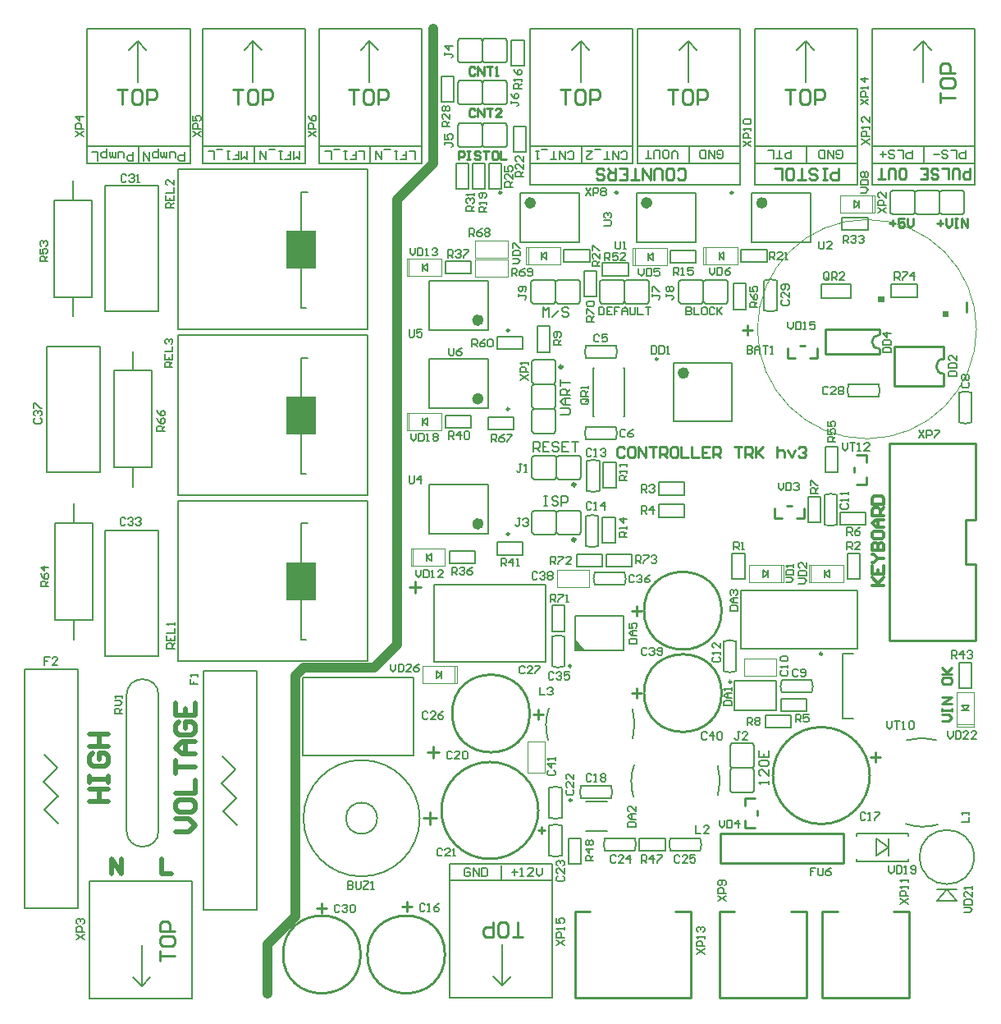
<source format=gto>
G04*
G04 #@! TF.GenerationSoftware,Altium Limited,Altium Designer,19.1.9 (167)*
G04*
G04 Layer_Color=65535*
%FSLAX24Y24*%
%MOIN*%
G70*
G01*
G75*
%ADD10C,0.0050*%
%ADD11C,0.0000*%
%ADD12C,0.0070*%
%ADD13C,0.0118*%
%ADD14C,0.0098*%
%ADD15C,0.0236*%
%ADD16C,0.0100*%
%ADD17C,0.0071*%
%ADD18C,0.0079*%
%ADD19C,0.0039*%
%ADD20C,0.0394*%
%ADD21C,0.0197*%
%ADD22R,0.1236X0.1567*%
G36*
X43900Y30671D02*
Y30421D01*
X44150D01*
Y30671D01*
X43900D01*
D02*
G37*
G36*
X46510Y30081D02*
Y29831D01*
X46760D01*
Y30081D01*
X46510D01*
D02*
G37*
D10*
X14666Y14482D02*
G03*
X13366Y14482I-650J0D01*
G01*
X13366Y8982D02*
G03*
X14666Y8982I650J0D01*
G01*
X13366D02*
Y14489D01*
X14666Y8982D02*
X14666Y14482D01*
X12500Y30055D02*
X14665D01*
X12500D02*
Y35157D01*
X14665D01*
Y30055D02*
Y35157D01*
X25945Y15157D02*
X26142Y15315D01*
X25945Y15157D02*
Y15472D01*
X26142Y15315D01*
Y15157D02*
Y15472D01*
X42913Y34252D02*
X43110Y34409D01*
X42913Y34252D02*
Y34567D01*
X43110Y34409D01*
Y34252D02*
Y34567D01*
X41732Y19409D02*
X41929Y19567D01*
Y19252D02*
Y19567D01*
X41732Y19409D02*
X41929Y19252D01*
X41732D02*
Y19567D01*
X39213Y19252D02*
X39409Y19410D01*
X39213Y19252D02*
Y19567D01*
X39409Y19410D01*
Y19252D02*
Y19567D01*
X43825Y8657D02*
X44325Y8307D01*
X43825Y7957D02*
X44325Y8307D01*
Y7957D02*
Y8657D01*
X43825Y7957D02*
Y8657D01*
X25394Y25433D02*
Y25748D01*
Y25591D02*
X25591Y25433D01*
Y25748D01*
X25394Y25591D02*
X25591Y25748D01*
X47283Y14055D02*
X47441Y13858D01*
X47283Y14055D02*
X47598D01*
X47441Y13858D02*
X47598Y14055D01*
X47283Y13858D02*
X47598D01*
X14665Y16079D02*
Y21181D01*
X12500D02*
X14665D01*
X12500Y16079D02*
Y21181D01*
Y16079D02*
X14665D01*
X37441Y32323D02*
X37638Y32480D01*
Y32165D02*
Y32480D01*
X37441Y32323D02*
X37638Y32165D01*
X37441D02*
Y32480D01*
X30236Y32323D02*
X30433Y32480D01*
Y32165D02*
Y32480D01*
X30236Y32323D02*
X30433Y32165D01*
X30236D02*
Y32480D01*
X34567Y32283D02*
X34764Y32441D01*
Y32126D02*
Y32441D01*
X34567Y32283D02*
X34764Y32126D01*
X34567D02*
Y32441D01*
X25551Y20079D02*
X25748Y20236D01*
Y19921D02*
Y20236D01*
X25551Y20079D02*
X25748Y19921D01*
X25551D02*
Y20236D01*
X25394Y31850D02*
X25591Y32008D01*
Y31693D02*
Y32008D01*
X25394Y31850D02*
X25591Y31693D01*
X25394D02*
Y32008D01*
X12303Y23520D02*
Y28622D01*
X10138D02*
X12303D01*
X10138Y23520D02*
Y28622D01*
Y23520D02*
X12303D01*
D11*
X47894Y29341D02*
G03*
X47894Y29341I-4449J0D01*
G01*
D12*
X32578Y23990D02*
G03*
X32067Y23990I-255J-609D01*
G01*
Y22783D02*
G03*
X32578Y22782I256J608D01*
G01*
X41714Y21404D02*
G03*
X42224Y21404I255J609D01*
G01*
Y22611D02*
G03*
X41714Y22611I-256J-608D01*
G01*
X32538Y21746D02*
G03*
X32028Y21746I-255J-609D01*
G01*
Y20539D02*
G03*
X32538Y20538I256J608D01*
G01*
X33242Y24863D02*
G03*
X33242Y25374I-609J255D01*
G01*
X32035D02*
G03*
X32034Y24863I608J-256D01*
G01*
X33242Y28170D02*
G03*
X33242Y28681I-609J255D01*
G01*
X32035D02*
G03*
X32034Y28170I608J-256D01*
G01*
X38129Y16667D02*
G03*
X37618Y16667I-255J-609D01*
G01*
Y15460D02*
G03*
X38129Y15459I256J608D01*
G01*
X31160Y16864D02*
G03*
X30650Y16864I-255J-609D01*
G01*
Y15657D02*
G03*
X31160Y15656I256J608D01*
G01*
X33044Y10295D02*
G03*
X33044Y10806I-608J256D01*
G01*
X31837D02*
G03*
X31837Y10295I609J-255D01*
G01*
X43911Y26596D02*
G03*
X43911Y27106I-609J255D01*
G01*
X42704D02*
G03*
X42704Y26596I608J-256D01*
G01*
X32388Y19467D02*
G03*
X32388Y18957I609J-255D01*
G01*
X33595D02*
G03*
X33596Y19467I-608J256D01*
G01*
X32801Y8680D02*
G03*
X32802Y8169I609J-255D01*
G01*
X34009D02*
G03*
X34009Y8680I-608J256D01*
G01*
X36667Y8170D02*
G03*
X36667Y8681I-609J255D01*
G01*
X35460D02*
G03*
X35459Y8170I608J-256D01*
G01*
X39273Y30104D02*
G03*
X39783Y30105I255J609D01*
G01*
Y31312D02*
G03*
X39273Y31312I-256J-608D01*
G01*
X41195Y14588D02*
G03*
X41194Y15098I-609J255D01*
G01*
X39987D02*
G03*
X39987Y14588I608J-256D01*
G01*
X30533Y7978D02*
G03*
X31043Y7979I255J609D01*
G01*
Y9186D02*
G03*
X30533Y9186I-256J-608D01*
G01*
X31042Y10722D02*
G03*
X30532Y10722I-255J-609D01*
G01*
Y9515D02*
G03*
X31042Y9515I256J608D01*
G01*
X47696Y26766D02*
G03*
X47185Y26765I-255J-609D01*
G01*
Y25558D02*
G03*
X47696Y25558I256J608D01*
G01*
X44439Y30650D02*
X45482D01*
X44439Y31161D02*
X45482D01*
X44439Y30650D02*
Y31161D01*
X45482Y30650D02*
Y31161D01*
X30059Y29459D02*
X30571D01*
X30059Y28415D02*
X30571D01*
X30059D02*
Y29459D01*
X30571Y28415D02*
Y29459D01*
X38012Y30148D02*
Y31191D01*
X38524Y30148D02*
Y31191D01*
X38012D02*
X38524D01*
X38012Y30148D02*
X38524D01*
X32707Y31516D02*
X33750D01*
X32707Y32028D02*
X33750D01*
X32707Y31516D02*
Y32028D01*
X33750Y31516D02*
Y32028D01*
X32461Y30659D02*
Y31703D01*
X31949Y30659D02*
Y31703D01*
Y30659D02*
X32461D01*
X31949Y31703D02*
X32461D01*
X34990Y22618D02*
X36033D01*
X34990Y23130D02*
X36033D01*
X34990Y22618D02*
Y23130D01*
X36033Y22618D02*
Y23130D01*
X34990Y21713D02*
X36033D01*
X34990Y22224D02*
X36033D01*
X34990Y21713D02*
Y22224D01*
X36033Y21713D02*
Y22224D01*
X32067Y22785D02*
Y23986D01*
X32578Y22786D02*
Y23986D01*
X32736Y22904D02*
X33248D01*
X32736Y23947D02*
X33248D01*
Y22904D02*
Y23947D01*
X32736Y22904D02*
Y23947D01*
X42431Y33366D02*
Y33878D01*
X43474Y33366D02*
Y33878D01*
X42431Y33366D02*
X43474D01*
X42431Y33878D02*
X43474D01*
X42352Y21398D02*
X43396D01*
X42352Y21909D02*
X43396D01*
X42352Y21398D02*
Y21909D01*
X43396Y21398D02*
Y21909D01*
X42224Y21407D02*
Y22608D01*
X41714Y21408D02*
Y22608D01*
X41043Y22530D02*
X41555D01*
X41043Y21486D02*
X41555D01*
X41043D02*
Y22530D01*
X41555Y21486D02*
Y22530D01*
X32028Y20541D02*
Y21742D01*
X32538Y20542D02*
Y21742D01*
X32697Y20659D02*
X33209D01*
X32697Y21703D02*
X33209D01*
Y20659D02*
Y21703D01*
X32697Y20659D02*
Y21703D01*
X42657Y19203D02*
X43169D01*
X42657Y20246D02*
X43169D01*
Y19203D02*
Y20246D01*
X42657Y19203D02*
Y20246D01*
X37972Y19203D02*
X38484D01*
X37972Y20246D02*
X38484D01*
Y19203D02*
Y20246D01*
X37972Y19203D02*
Y20246D01*
X32037Y25374D02*
X33238D01*
X32038Y24863D02*
X33238D01*
X32037Y28681D02*
X33238D01*
X32038Y28170D02*
X33238D01*
X37618Y15463D02*
Y16663D01*
X38129Y15463D02*
Y16663D01*
X33897Y19705D02*
Y20217D01*
X32854Y19705D02*
Y20217D01*
X33897D01*
X32854Y19705D02*
X33897D01*
X32687D02*
Y20217D01*
X31644Y19705D02*
Y20217D01*
X32687D01*
X31644Y19705D02*
X32687D01*
X30650Y17077D02*
X31161D01*
X30650Y18120D02*
X31161D01*
Y17077D02*
Y18120D01*
X30650Y17077D02*
Y18120D01*
Y15659D02*
Y16860D01*
X31161Y15660D02*
Y16860D01*
X31841Y10806D02*
X33041D01*
X31841Y10295D02*
X33041D01*
X42707Y27106D02*
X43907D01*
X42707Y26595D02*
X43907D01*
X32392Y18957D02*
X33593D01*
X32392Y19468D02*
X33592D01*
X32805Y8169D02*
X34006D01*
X32805Y8680D02*
X34005D01*
X35246Y8169D02*
Y8681D01*
X34203Y8169D02*
Y8681D01*
X35246D01*
X34203Y8169D02*
X35246D01*
X35463Y8681D02*
X36663D01*
X35463Y8170D02*
X36663D01*
X41754Y24564D02*
X42266D01*
X41754Y23521D02*
X42266D01*
X41754D02*
Y24564D01*
X42266Y23521D02*
Y24564D01*
X39783Y30108D02*
Y31309D01*
X39273Y30108D02*
Y31308D01*
X39990Y15098D02*
X41191D01*
X39991Y14588D02*
X41191D01*
X39941Y13839D02*
Y14350D01*
X40984Y13839D02*
Y14350D01*
X39941Y13839D02*
X40984D01*
X39941Y14350D02*
X40984D01*
X39321Y13169D02*
Y13681D01*
X40364Y13169D02*
Y13681D01*
X39321Y13169D02*
X40364D01*
X39321Y13681D02*
X40364D01*
X47185Y14754D02*
X47697D01*
X47185Y15797D02*
X47697D01*
Y14754D02*
Y15797D01*
X47185Y14754D02*
Y15797D01*
X31043Y7982D02*
Y9183D01*
X30532Y7982D02*
Y9182D01*
X31319Y7628D02*
X31831D01*
X31319Y8671D02*
X31831D01*
Y7628D02*
Y8671D01*
X31319Y7628D02*
Y8671D01*
X30531Y9518D02*
Y10718D01*
X31042Y9518D02*
Y10718D01*
X28415Y28524D02*
X29459D01*
X28415Y29035D02*
X29459D01*
X28415Y28524D02*
Y29035D01*
X29459Y28524D02*
Y29035D01*
X28061Y25256D02*
X29104D01*
X28061Y25768D02*
X29104D01*
X28061Y25256D02*
Y25768D01*
X29104Y25256D02*
Y25768D01*
X29459Y20177D02*
Y20689D01*
X28415Y20177D02*
Y20689D01*
X29459D01*
X28415Y20177D02*
X29459D01*
X38337Y32067D02*
Y32579D01*
X39380Y32067D02*
Y32579D01*
X38337Y32067D02*
X39380D01*
X38337Y32579D02*
X39380D01*
X31132Y32067D02*
Y32579D01*
X32175Y32067D02*
Y32579D01*
X31132Y32067D02*
X32175D01*
X31132Y32579D02*
X32175D01*
X35463Y32028D02*
Y32539D01*
X36506Y32028D02*
Y32539D01*
X35463Y32028D02*
X36506D01*
X35463Y32539D02*
X36506D01*
X26486Y19823D02*
Y20335D01*
X27530Y19823D02*
Y20335D01*
X26486Y19823D02*
X27530D01*
X26486Y20335D02*
X27530D01*
X26329Y25335D02*
Y25846D01*
X27372Y25335D02*
Y25846D01*
X26329Y25335D02*
X27372D01*
X26329Y25846D02*
X27372D01*
X26329Y31594D02*
Y32106D01*
X27372Y31594D02*
Y32106D01*
X26329Y31594D02*
X27372D01*
X26329Y32106D02*
X27372D01*
X47185Y25561D02*
Y26762D01*
X47696Y25562D02*
Y26762D01*
X28091Y36073D02*
X28602D01*
X28091Y35030D02*
X28602D01*
X28091D02*
Y36073D01*
X28602Y35030D02*
Y36073D01*
X29075Y37579D02*
X29587D01*
X29075Y36535D02*
X29587D01*
X29075D02*
Y37579D01*
X29587Y36535D02*
Y37579D01*
X26752Y36073D02*
X27264D01*
X26752Y35030D02*
X27264D01*
X26752D02*
Y36073D01*
X27264Y35030D02*
Y36073D01*
X27421D02*
X27933D01*
X27421Y35030D02*
X27933D01*
X27421D02*
Y36073D01*
X27933Y35030D02*
Y36073D01*
X26161Y38573D02*
X26673D01*
X26161Y39616D02*
X26673D01*
Y38573D02*
Y39616D01*
X26161Y38573D02*
Y39616D01*
X28996Y41073D02*
X29508D01*
X28996Y40030D02*
X29508D01*
X28996D02*
Y41073D01*
X29508Y40030D02*
Y41073D01*
D13*
X31074Y27814D02*
G03*
X31074Y27814I-59J0D01*
G01*
X31598Y20796D02*
G03*
X31598Y20796I-59J0D01*
G01*
Y23030D02*
G03*
X31598Y23030I-59J0D01*
G01*
X43662Y18937D02*
X44134D01*
X43976D01*
X43662Y19252D01*
X43898Y19016D01*
X44134Y19252D01*
X43662Y19724D02*
Y19409D01*
X44134D01*
Y19724D01*
X43898Y19409D02*
Y19567D01*
X43662Y19882D02*
X43740D01*
X43898Y20039D01*
X43740Y20196D01*
X43662D01*
X43898Y20039D02*
X44134D01*
X43662Y20354D02*
X44134D01*
Y20590D01*
X44055Y20669D01*
X43976D01*
X43898Y20590D01*
Y20354D01*
Y20590D01*
X43819Y20669D01*
X43740D01*
X43662Y20590D01*
Y20354D01*
Y21062D02*
Y20905D01*
X43740Y20826D01*
X44055D01*
X44134Y20905D01*
Y21062D01*
X44055Y21141D01*
X43740D01*
X43662Y21062D01*
X44134Y21298D02*
X43819D01*
X43662Y21456D01*
X43819Y21613D01*
X44134D01*
X43898D01*
Y21298D01*
X44134Y21771D02*
X43662D01*
Y22007D01*
X43740Y22086D01*
X43898D01*
X43976Y22007D01*
Y21771D01*
Y21928D02*
X44134Y22086D01*
X43662Y22243D02*
X44134D01*
Y22479D01*
X44055Y22558D01*
X43740D01*
X43662Y22479D01*
Y22243D01*
D14*
X34951Y28130D02*
G03*
X34951Y28130I-49J0D01*
G01*
X31427Y15669D02*
G03*
X31427Y15669I-49J0D01*
G01*
X37937Y15027D02*
G03*
X37937Y15027I-49J0D01*
G01*
X31447Y10217D02*
G03*
X31447Y10217I-49J0D01*
G01*
X28907Y21024D02*
G03*
X28907Y21024I-49J0D01*
G01*
Y26102D02*
G03*
X28907Y26102I-49J0D01*
G01*
Y29291D02*
G03*
X28907Y29291I-49J0D01*
G01*
X41624Y16161D02*
G03*
X41624Y16161I-49J0D01*
G01*
X38002Y34882D02*
G03*
X38002Y34882I-49J0D01*
G01*
X28593D02*
G03*
X28593Y34882I-49J0D01*
G01*
X33317D02*
G03*
X33317Y34882I-49J0D01*
G01*
X46496Y13425D02*
X46759D01*
X46890Y13556D01*
X46759Y13688D01*
X46496D01*
Y13819D02*
Y13950D01*
Y13884D01*
X46890D01*
Y13819D01*
Y13950D01*
Y14147D02*
X46496D01*
X46890Y14409D01*
X46496D01*
Y15131D02*
Y14999D01*
X46562Y14934D01*
X46824D01*
X46890Y14999D01*
Y15131D01*
X46824Y15196D01*
X46562D01*
X46496Y15131D01*
Y15327D02*
X46890D01*
X46759D01*
X46496Y15590D01*
X46693Y15393D01*
X46890Y15590D01*
X33596Y24495D02*
X33524Y24567D01*
X33379D01*
X33307Y24495D01*
Y24206D01*
X33379Y24134D01*
X33524D01*
X33596Y24206D01*
X33956Y24567D02*
X33812D01*
X33740Y24495D01*
Y24206D01*
X33812Y24134D01*
X33956D01*
X34029Y24206D01*
Y24495D01*
X33956Y24567D01*
X34173Y24134D02*
Y24567D01*
X34462Y24134D01*
Y24567D01*
X34606D02*
X34894D01*
X34750D01*
Y24134D01*
X35039D02*
Y24567D01*
X35255D01*
X35327Y24495D01*
Y24350D01*
X35255Y24278D01*
X35039D01*
X35183D02*
X35327Y24134D01*
X35688Y24567D02*
X35544D01*
X35472Y24495D01*
Y24206D01*
X35544Y24134D01*
X35688D01*
X35760Y24206D01*
Y24495D01*
X35688Y24567D01*
X35905D02*
Y24134D01*
X36193D01*
X36338Y24567D02*
Y24134D01*
X36626D01*
X37059Y24567D02*
X36771D01*
Y24134D01*
X37059D01*
X36771Y24350D02*
X36915D01*
X37203Y24134D02*
Y24567D01*
X37420D01*
X37492Y24495D01*
Y24350D01*
X37420Y24278D01*
X37203D01*
X37348D02*
X37492Y24134D01*
X38069Y24567D02*
X38358D01*
X38214D01*
Y24134D01*
X38502D02*
Y24567D01*
X38719D01*
X38791Y24495D01*
Y24350D01*
X38719Y24278D01*
X38502D01*
X38647D02*
X38791Y24134D01*
X38935Y24567D02*
Y24134D01*
Y24278D01*
X39224Y24567D01*
X39007Y24350D01*
X39224Y24134D01*
X39801Y24567D02*
Y24134D01*
Y24350D01*
X39873Y24422D01*
X40018D01*
X40090Y24350D01*
Y24134D01*
X40234Y24422D02*
X40378Y24134D01*
X40523Y24422D01*
X40667Y24495D02*
X40739Y24567D01*
X40883D01*
X40956Y24495D01*
Y24422D01*
X40883Y24350D01*
X40811D01*
X40883D01*
X40956Y24278D01*
Y24206D01*
X40883Y24134D01*
X40739D01*
X40667Y24206D01*
X44370Y33642D02*
X44606D01*
X44488Y33760D02*
Y33524D01*
X44960Y33819D02*
X44724D01*
Y33642D01*
X44842Y33701D01*
X44901D01*
X44960Y33642D01*
Y33524D01*
X44901Y33465D01*
X44783D01*
X44724Y33524D01*
X45079Y33819D02*
Y33583D01*
X45197Y33465D01*
X45315Y33583D01*
Y33819D01*
X46299Y33642D02*
X46535D01*
X46417Y33760D02*
Y33524D01*
X46653Y33819D02*
Y33583D01*
X46771Y33465D01*
X46890Y33583D01*
Y33819D01*
X47008D02*
X47126D01*
X47067D01*
Y33465D01*
X47008D01*
X47126D01*
X47303D02*
Y33819D01*
X47539Y33465D01*
Y33819D01*
X27520Y38248D02*
X27461Y38307D01*
X27343D01*
X27283Y38248D01*
Y38012D01*
X27343Y37953D01*
X27461D01*
X27520Y38012D01*
X27638Y37953D02*
Y38307D01*
X27874Y37953D01*
Y38307D01*
X27992D02*
X28228D01*
X28110D01*
Y37953D01*
X28582D02*
X28346D01*
X28582Y38189D01*
Y38248D01*
X28523Y38307D01*
X28405D01*
X28346Y38248D01*
X27520Y39941D02*
X27461Y40000D01*
X27343D01*
X27283Y39941D01*
Y39705D01*
X27343Y39646D01*
X27461D01*
X27520Y39705D01*
X27638Y39646D02*
Y40000D01*
X27874Y39646D01*
Y40000D01*
X27992D02*
X28228D01*
X28110D01*
Y39646D01*
X28346D02*
X28464D01*
X28405D01*
Y40000D01*
X28346Y39941D01*
X26850Y36220D02*
Y36575D01*
X27027D01*
X27087Y36516D01*
Y36398D01*
X27027Y36339D01*
X26850D01*
X27205Y36575D02*
X27323D01*
X27264D01*
Y36220D01*
X27205D01*
X27323D01*
X27736Y36516D02*
X27677Y36575D01*
X27559D01*
X27500Y36516D01*
Y36457D01*
X27559Y36398D01*
X27677D01*
X27736Y36339D01*
Y36280D01*
X27677Y36220D01*
X27559D01*
X27500Y36280D01*
X27854Y36575D02*
X28090D01*
X27972D01*
Y36220D01*
X28385Y36575D02*
X28267D01*
X28208Y36516D01*
Y36280D01*
X28267Y36220D01*
X28385D01*
X28444Y36280D01*
Y36516D01*
X28385Y36575D01*
X28562D02*
Y36220D01*
X28799D01*
X47638Y35866D02*
Y35433D01*
X47421D01*
X47349Y35505D01*
Y35650D01*
X47421Y35722D01*
X47638D01*
X47205Y35433D02*
Y35794D01*
X47133Y35866D01*
X46988D01*
X46916Y35794D01*
Y35433D01*
X46772D02*
Y35866D01*
X46483D01*
X46050Y35505D02*
X46123Y35433D01*
X46267D01*
X46339Y35505D01*
Y35578D01*
X46267Y35650D01*
X46123D01*
X46050Y35722D01*
Y35794D01*
X46123Y35866D01*
X46267D01*
X46339Y35794D01*
X45617Y35433D02*
X45906D01*
Y35866D01*
X45617D01*
X45906Y35650D02*
X45762D01*
X44824Y35433D02*
X44968D01*
X45040Y35505D01*
Y35794D01*
X44968Y35866D01*
X44824D01*
X44752Y35794D01*
Y35505D01*
X44824Y35433D01*
X44607D02*
Y35794D01*
X44535Y35866D01*
X44391D01*
X44319Y35794D01*
Y35433D01*
X44174D02*
X43886D01*
X44030D01*
Y35866D01*
X42283D02*
Y35394D01*
X42047D01*
X41969Y35473D01*
Y35630D01*
X42047Y35709D01*
X42283D01*
X41811Y35394D02*
X41654D01*
X41732D01*
Y35866D01*
X41811D01*
X41654D01*
X41103Y35473D02*
X41181Y35394D01*
X41339D01*
X41418Y35473D01*
Y35551D01*
X41339Y35630D01*
X41181D01*
X41103Y35709D01*
Y35787D01*
X41181Y35866D01*
X41339D01*
X41418Y35787D01*
X40945Y35394D02*
X40630D01*
X40788D01*
Y35866D01*
X40237Y35394D02*
X40394D01*
X40473Y35473D01*
Y35787D01*
X40394Y35866D01*
X40237D01*
X40158Y35787D01*
Y35473D01*
X40237Y35394D01*
X40001D02*
Y35866D01*
X39686D01*
X35748Y35473D02*
X35827Y35394D01*
X35984D01*
X36063Y35473D01*
Y35787D01*
X35984Y35866D01*
X35827D01*
X35748Y35787D01*
X35355Y35394D02*
X35512D01*
X35591Y35473D01*
Y35787D01*
X35512Y35866D01*
X35355D01*
X35276Y35787D01*
Y35473D01*
X35355Y35394D01*
X35118D02*
Y35787D01*
X35040Y35866D01*
X34882D01*
X34804Y35787D01*
Y35394D01*
X34646Y35866D02*
Y35394D01*
X34331Y35866D01*
Y35394D01*
X34174D02*
X33859D01*
X34016D01*
Y35866D01*
X33387Y35394D02*
X33702D01*
Y35866D01*
X33387D01*
X33702Y35630D02*
X33544D01*
X33229Y35866D02*
Y35394D01*
X32993D01*
X32914Y35473D01*
Y35630D01*
X32993Y35709D01*
X33229D01*
X33072D02*
X32914Y35866D01*
X32442Y35473D02*
X32521Y35394D01*
X32678D01*
X32757Y35473D01*
Y35551D01*
X32678Y35630D01*
X32521D01*
X32442Y35709D01*
Y35787D01*
X32521Y35866D01*
X32678D01*
X32757Y35787D01*
D15*
X36102Y27559D02*
G03*
X36102Y27559I-118J0D01*
G01*
X27754Y21437D02*
G03*
X27754Y21437I-118J0D01*
G01*
Y26516D02*
G03*
X27754Y26516I-118J0D01*
G01*
Y29705D02*
G03*
X27754Y29705I-118J0D01*
G01*
X39293Y34469D02*
G03*
X39293Y34469I-118J0D01*
G01*
X29883D02*
G03*
X29883Y34469I-118J0D01*
G01*
X34608D02*
G03*
X34608Y34469I-118J0D01*
G01*
D16*
X37539Y17913D02*
G03*
X37539Y17913I-1575J0D01*
G01*
X43929Y29102D02*
G03*
X43948Y28544I0J-280D01*
G01*
X37539Y14567D02*
G03*
X37539Y14567I-1575J0D01*
G01*
X29744Y13740D02*
G03*
X29744Y13740I-1575J0D01*
G01*
X30094Y9803D02*
G03*
X30094Y9803I-1969J0D01*
G01*
X26299Y3957D02*
G03*
X26299Y3957I-1575J0D01*
G01*
X22874D02*
G03*
X22874Y3957I-1575J0D01*
G01*
X46560Y28131D02*
G03*
X46560Y27531I0J-300D01*
G01*
X43559Y11220D02*
G03*
X43559Y11220I-1969J0D01*
G01*
X39676Y21667D02*
Y22067D01*
Y21667D02*
X39976D01*
X40876D02*
Y22067D01*
X40576Y21667D02*
X40876D01*
X40176Y22167D02*
X40376D01*
X41440Y28183D02*
Y28583D01*
X40740Y28683D02*
X40940D01*
X40240Y28183D02*
X40540D01*
X40240D02*
Y28583D01*
X41140Y28183D02*
X41440D01*
X38498Y9111D02*
Y9411D01*
Y10311D02*
X38898D01*
X38498Y10011D02*
Y10311D01*
X38998Y9611D02*
Y9811D01*
X38498Y9111D02*
X38898D01*
X47464Y19801D02*
X47864D01*
X47464Y21601D02*
X47864D01*
X44364Y16701D02*
X47864D01*
X44364Y24701D02*
X47864D01*
X47464Y19801D02*
Y21601D01*
X47864Y16701D02*
Y19801D01*
Y21601D02*
Y24701D01*
X44364Y16701D02*
Y24701D01*
X43950Y29121D02*
Y29321D01*
Y28321D02*
Y28521D01*
X41750Y28321D02*
Y29321D01*
X43950D01*
X41750Y28321D02*
X43950D01*
X43031Y24235D02*
X43431D01*
X42931Y23535D02*
Y23735D01*
X43431Y23035D02*
Y23335D01*
X43031Y23035D02*
X43431D01*
Y23935D02*
Y24235D01*
X46560Y28131D02*
Y28631D01*
X44560Y27031D02*
Y28631D01*
Y27031D02*
X46560D01*
X44560Y28631D02*
X46560D01*
Y27031D02*
Y27531D01*
X25079Y18634D02*
Y19094D01*
X24843Y18870D02*
X25315D01*
X25827Y11929D02*
Y12390D01*
X25591Y12154D02*
X26063D01*
X37484Y7668D02*
Y8868D01*
X42484Y7668D02*
Y8868D01*
X37484Y7668D02*
X42484D01*
X37484Y8868D02*
X42484D01*
X35669Y5709D02*
X36299D01*
X31575D02*
X32205D01*
X31575Y2205D02*
X36299D01*
X31575D02*
Y5709D01*
X36299Y2205D02*
Y5709D01*
X41614Y2205D02*
X45157D01*
X41614Y5709D02*
X42244D01*
X44528D02*
X45157D01*
X41614Y2205D02*
Y5709D01*
X45157Y2205D02*
Y5709D01*
X37441Y2205D02*
X40984D01*
X37441Y5709D02*
X38071D01*
X40354D02*
X40984D01*
X37441Y2205D02*
Y5709D01*
X40984Y2205D02*
Y5709D01*
X38598Y29094D02*
Y29494D01*
X38398Y29294D02*
X38798D01*
X47495Y30039D02*
Y30439D01*
X33878Y17908D02*
X34278D01*
X34078Y18108D02*
Y17708D01*
X33878Y14562D02*
X34278D01*
X34078Y14762D02*
Y14362D01*
X30276Y13716D02*
X29876D01*
X30076Y13516D02*
Y13916D01*
X30346Y9016D02*
X30084D01*
X30215Y8885D02*
Y9147D01*
X24749Y6102D02*
Y5702D01*
X24949Y5902D02*
X24549D01*
X21294Y6043D02*
Y5643D01*
X21494Y5843D02*
X21094D01*
X25945Y9488D02*
X25420D01*
X25682Y9226D02*
Y9751D01*
X43976Y11984D02*
X43577D01*
X43776Y11784D02*
Y12184D01*
X29449Y4676D02*
X29049D01*
X29249D01*
Y5276D01*
X28549Y4676D02*
X28749D01*
X28849Y4776D01*
Y5176D01*
X28749Y5276D01*
X28549D01*
X28449Y5176D01*
Y4776D01*
X28549Y4676D01*
X28249Y5276D02*
Y4676D01*
X27949D01*
X27849Y4776D01*
Y4976D01*
X27949Y5076D01*
X28249D01*
X14715Y3701D02*
Y4101D01*
Y3901D01*
X15315D01*
X14715Y4600D02*
Y4401D01*
X14815Y4301D01*
X15215D01*
X15315Y4401D01*
Y4600D01*
X15215Y4700D01*
X14815D01*
X14715Y4600D01*
X15315Y4900D02*
X14715D01*
Y5200D01*
X14815Y5300D01*
X15015D01*
X15115Y5200D01*
Y4900D01*
X40118Y39064D02*
X40518D01*
X40318D01*
Y38465D01*
X41018Y39064D02*
X40818D01*
X40718Y38964D01*
Y38565D01*
X40818Y38465D01*
X41018D01*
X41118Y38565D01*
Y38964D01*
X41018Y39064D01*
X41318Y38465D02*
Y39064D01*
X41618D01*
X41718Y38964D01*
Y38764D01*
X41618Y38665D01*
X41318D01*
X46408Y38543D02*
Y38943D01*
Y38743D01*
X47008D01*
X46408Y39443D02*
Y39243D01*
X46508Y39143D01*
X46908D01*
X47008Y39243D01*
Y39443D01*
X46908Y39543D01*
X46508D01*
X46408Y39443D01*
X47008Y39743D02*
X46408D01*
Y40043D01*
X46508Y40143D01*
X46708D01*
X46808Y40043D01*
Y39743D01*
X30984Y39064D02*
X31384D01*
X31184D01*
Y38465D01*
X31884Y39064D02*
X31684D01*
X31584Y38964D01*
Y38565D01*
X31684Y38465D01*
X31884D01*
X31984Y38565D01*
Y38964D01*
X31884Y39064D01*
X32184Y38465D02*
Y39064D01*
X32484D01*
X32584Y38964D01*
Y38764D01*
X32484Y38665D01*
X32184D01*
X35354Y39064D02*
X35754D01*
X35554D01*
Y38465D01*
X36254Y39064D02*
X36054D01*
X35954Y38964D01*
Y38565D01*
X36054Y38465D01*
X36254D01*
X36354Y38565D01*
Y38964D01*
X36254Y39064D01*
X36554Y38465D02*
Y39064D01*
X36854D01*
X36954Y38964D01*
Y38764D01*
X36854Y38665D01*
X36554D01*
X22402Y39064D02*
X22801D01*
X22602D01*
Y38465D01*
X23301Y39064D02*
X23101D01*
X23001Y38964D01*
Y38565D01*
X23101Y38465D01*
X23301D01*
X23401Y38565D01*
Y38964D01*
X23301Y39064D01*
X23601Y38465D02*
Y39064D01*
X23901D01*
X24001Y38964D01*
Y38764D01*
X23901Y38665D01*
X23601D01*
X12992Y39064D02*
X13392D01*
X13192D01*
Y38465D01*
X13892Y39064D02*
X13692D01*
X13592Y38964D01*
Y38565D01*
X13692Y38465D01*
X13892D01*
X13992Y38565D01*
Y38964D01*
X13892Y39064D01*
X14192Y38465D02*
Y39064D01*
X14492D01*
X14592Y38964D01*
Y38764D01*
X14492Y38665D01*
X14192D01*
X17677Y39064D02*
X18077D01*
X17877D01*
Y38465D01*
X18577Y39064D02*
X18377D01*
X18277Y38964D01*
Y38565D01*
X18377Y38465D01*
X18577D01*
X18677Y38565D01*
Y38964D01*
X18577Y39064D01*
X18877Y38465D02*
Y39064D01*
X19177D01*
X19277Y38964D01*
Y38764D01*
X19177Y38665D01*
X18877D01*
D17*
X30520Y13954D02*
G03*
X30491Y12653I2035J-697D01*
G01*
X33923Y12718D02*
G03*
X33919Y13911I-2068J589D01*
G01*
X33985Y11657D02*
G03*
X33955Y10357I2035J-697D01*
G01*
X37388Y10421D02*
G03*
X37383Y11614I-2068J589D01*
G01*
X45023Y9260D02*
G03*
X46323Y9231I697J2035D01*
G01*
X46258Y12663D02*
G03*
X45066Y12659I-589J-2068D01*
G01*
X47795Y7913D02*
G03*
X47795Y7913I-1102J0D01*
G01*
X38071Y13860D02*
X39764D01*
X38071Y15077D02*
X39764D01*
X39767Y13868D02*
Y15069D01*
X38067Y13868D02*
Y15069D01*
X46299Y6614D02*
X47087D01*
X46299Y6142D02*
X46693Y6614D01*
X47087Y6142D01*
X46299D02*
X47087D01*
D18*
X25276Y9488D02*
G03*
X25276Y9488I-2362J0D01*
G01*
X23548D02*
G03*
X23548Y9488I-635J0D01*
G01*
X12854Y27656D02*
X14390D01*
X12854Y23719D02*
X14390D01*
X12854D02*
Y27656D01*
X14390Y23719D02*
Y27656D01*
Y23719D02*
Y27656D01*
X12854Y23719D02*
X14390D01*
X12854D02*
Y27656D01*
X14390D01*
X13622D02*
Y28450D01*
Y22924D02*
Y23719D01*
X11181Y29853D02*
Y30648D01*
Y34585D02*
Y35379D01*
X10413Y34585D02*
X11949D01*
X10413Y30648D02*
Y34585D01*
Y30648D02*
X11949D01*
Y34585D01*
Y30648D02*
Y34585D01*
X10413Y30648D02*
Y34585D01*
Y30648D02*
X11949D01*
X10413Y34585D02*
X11949D01*
X36720Y30384D02*
X36799Y30463D01*
X35878Y30384D02*
X36720D01*
X35799Y30463D02*
X35878Y30384D01*
X35799Y30463D02*
Y31270D01*
X35878Y31348D01*
X36720D01*
X36799Y31270D01*
Y30463D02*
Y31270D01*
X37799Y30463D02*
Y31270D01*
X37720Y31348D02*
X37799Y31270D01*
X36878Y31348D02*
X37720D01*
X36799Y31270D02*
X36878Y31348D01*
X36799Y30463D02*
X36878Y30384D01*
X37720D01*
X37799Y30463D01*
X33516Y30384D02*
X33594Y30463D01*
X32673Y30384D02*
X33516D01*
X32594Y30463D02*
X32673Y30384D01*
X32594Y30463D02*
Y31270D01*
X32673Y31348D01*
X33516D01*
X33594Y31270D01*
Y30463D02*
Y31270D01*
X34594Y30463D02*
Y31270D01*
X34516Y31348D02*
X34594Y31270D01*
X33673Y31348D02*
X34516D01*
X33594Y31270D02*
X33673Y31348D01*
X33594Y30463D02*
X33673Y30384D01*
X34516D01*
X34594Y30463D01*
X30720Y30384D02*
X30799Y30463D01*
X29878Y30384D02*
X30720D01*
X29799Y30463D02*
X29878Y30384D01*
X29799Y30463D02*
Y31270D01*
X29878Y31348D01*
X30720D01*
X30799Y31270D01*
Y30463D02*
Y31270D01*
X31799Y30463D02*
Y31270D01*
X31720Y31348D02*
X31799Y31270D01*
X30878Y31348D02*
X31720D01*
X30799Y31270D02*
X30878Y31348D01*
X30799Y30463D02*
X30878Y30384D01*
X31720D01*
X31799Y30463D01*
X30719Y25114D02*
X30797Y25193D01*
X29833D02*
X29911Y25114D01*
X30719Y28114D02*
X30797Y28035D01*
Y27193D02*
Y28035D01*
X30719Y27114D02*
X30797Y27193D01*
X29833D02*
X29911Y27114D01*
X29833Y27193D02*
Y28035D01*
X29911Y28114D01*
X30719D01*
X29911Y27114D02*
X30719D01*
X29833Y27035D02*
X29911Y27114D01*
X29833Y26193D02*
Y27035D01*
Y26193D02*
X29911Y26114D01*
X30719D01*
X30797Y26193D01*
Y27035D01*
X30719Y27114D02*
X30797Y27035D01*
X30719Y26114D02*
X30797Y26035D01*
Y25193D02*
Y26035D01*
X29833Y25193D02*
Y26035D01*
X29911Y26114D01*
Y25114D02*
X30719D01*
Y28114D02*
X30797Y28035D01*
X31760Y21014D02*
X31839Y21093D01*
X30917Y21014D02*
X31760D01*
X30839Y21093D02*
X30917Y21014D01*
X30839Y21900D02*
X30917Y21978D01*
X31760D01*
X31839Y21900D01*
Y21093D02*
Y21900D01*
X30839Y21093D02*
Y21900D01*
X30760Y21978D02*
X30839Y21900D01*
X29917Y21978D02*
X30760D01*
X29839Y21900D02*
X29917Y21978D01*
X29839Y21093D02*
Y21900D01*
Y21093D02*
X29917Y21014D01*
X30760D01*
X30839Y21093D01*
X31760Y23248D02*
X31839Y23327D01*
X30917Y23248D02*
X31760D01*
X30839Y23327D02*
X30917Y23248D01*
X30839Y24134D02*
X30917Y24213D01*
X31760D01*
X31839Y24134D01*
Y23327D02*
Y24134D01*
X30839Y23327D02*
Y24134D01*
X30760Y24213D02*
X30839Y24134D01*
X29917Y24213D02*
X30760D01*
X29839Y24134D02*
X29917Y24213D01*
X29839Y23327D02*
Y24134D01*
Y23327D02*
X29917Y23248D01*
X30760D01*
X30839Y23327D01*
X33543Y27756D02*
X33583D01*
Y25787D02*
Y27756D01*
X33543Y25787D02*
X33583D01*
X32323Y27756D02*
X32362D01*
X32323Y25787D02*
Y27756D01*
Y25787D02*
X32362D01*
X35591Y27953D02*
X37953D01*
X35591Y25591D02*
X37953D01*
Y27953D01*
X35591Y25591D02*
Y27953D01*
X31575Y16693D02*
X31969Y16299D01*
X31575Y16614D02*
X31890Y16299D01*
X31575Y16535D02*
X31811Y16299D01*
X31575Y16457D02*
X31732Y16299D01*
X31575Y16378D02*
X31654Y16299D01*
X31575D02*
X33543D01*
X31575D02*
Y17717D01*
X33543D01*
Y16299D02*
Y17717D01*
X43032Y8878D02*
X45118D01*
X43032Y7736D02*
X45118D01*
Y8770D02*
Y8878D01*
Y7736D02*
Y7844D01*
X43032Y8770D02*
Y8878D01*
Y7736D02*
Y7844D01*
X41575Y30610D02*
X42795D01*
X41575Y31161D02*
X42795D01*
X41575Y30610D02*
Y31161D01*
X42795Y30610D02*
Y31161D01*
X38339Y16358D02*
Y18720D01*
X43063D01*
Y16358D02*
Y18720D01*
X38339Y16358D02*
X43063D01*
X32008Y8976D02*
X32874D01*
X32008Y10157D02*
X32874D01*
X28050Y21047D02*
Y23047D01*
X25650Y21047D02*
Y23047D01*
X28050D01*
X25650Y21047D02*
X28050D01*
Y26126D02*
Y28126D01*
X25650Y26126D02*
Y28126D01*
X28050D01*
X25650Y26126D02*
X28050D01*
Y29315D02*
Y31315D01*
X25650Y29315D02*
Y31315D01*
X28050D01*
X25650Y29315D02*
X28050D01*
X37894Y10602D02*
X37972Y10524D01*
X37894Y10602D02*
Y11445D01*
X37972Y11524D01*
X38780D02*
X38858Y11445D01*
Y10602D02*
Y11445D01*
X38780Y10524D02*
X38858Y10602D01*
X37972Y10524D02*
X38780D01*
X37972Y11524D02*
X38780D01*
X38858Y11602D01*
Y12445D01*
X38780Y12524D02*
X38858Y12445D01*
X37972Y12524D02*
X38780D01*
X37894Y12445D02*
X37972Y12524D01*
X37894Y11602D02*
Y12445D01*
Y11602D02*
X37972Y11524D01*
X44406Y34085D02*
X44484Y34006D01*
X44406Y34892D02*
X44484Y34970D01*
X47327Y34006D02*
X47406Y34085D01*
X46484Y34006D02*
X47327D01*
X46406Y34085D02*
X46484Y34006D01*
X46406Y34892D02*
X46484Y34970D01*
X47327D01*
X47406Y34892D01*
Y34085D02*
Y34892D01*
X46406Y34085D02*
Y34892D01*
X46327Y34970D02*
X46406Y34892D01*
X45484Y34970D02*
X46327D01*
X45406Y34892D02*
X45484Y34970D01*
X45406Y34085D02*
Y34892D01*
Y34085D02*
X45484Y34006D01*
X46327D01*
X46406Y34085D01*
X45327Y34006D02*
X45406Y34085D01*
X44484Y34006D02*
X45327D01*
X44484Y34970D02*
X45327D01*
X45406Y34892D01*
X44406Y34085D02*
Y34892D01*
X47327Y34006D02*
X47406Y34085D01*
X42470Y13524D02*
X42904D01*
X42470Y16161D02*
X42904D01*
X42470Y13524D02*
Y16161D01*
X26823Y37608D02*
X26902Y37687D01*
X27744D01*
X27823Y37608D01*
X27744Y36722D02*
X27823Y36801D01*
X26902Y36722D02*
X27744D01*
X26823Y36801D02*
X26902Y36722D01*
X26823Y36801D02*
Y37608D01*
X27823Y36801D02*
Y37608D01*
Y36801D02*
X27902Y36722D01*
X28744D01*
X28823Y36801D01*
Y37608D01*
X28744Y37687D02*
X28823Y37608D01*
X27902Y37687D02*
X28744D01*
X27823Y37608D02*
X27902Y37687D01*
X38761Y34858D02*
X41161D01*
X38761Y32858D02*
X41161D01*
Y34858D01*
X38761Y32858D02*
Y34858D01*
X29351D02*
X31751D01*
X29351Y32858D02*
X31751D01*
Y34858D01*
X29351Y32858D02*
Y34858D01*
X26823Y39350D02*
X26902Y39429D01*
X27744D01*
X27823Y39350D01*
X27744Y38465D02*
X27823Y38543D01*
X26902Y38465D02*
X27744D01*
X26823Y38543D02*
X26902Y38465D01*
X26823Y38543D02*
Y39350D01*
X27823Y38543D02*
Y39350D01*
Y38543D02*
X27902Y38465D01*
X28744D01*
X28823Y38543D01*
Y39350D01*
X28744Y39429D02*
X28823Y39350D01*
X27902Y39429D02*
X28744D01*
X27823Y39350D02*
X27902Y39429D01*
X26823Y41043D02*
X26902Y41122D01*
X27744D01*
X27823Y41043D01*
X27744Y40157D02*
X27823Y40236D01*
X26902Y40157D02*
X27744D01*
X26823Y40236D02*
X26902Y40157D01*
X26823Y40236D02*
Y41043D01*
X27823Y40236D02*
Y41043D01*
Y40236D02*
X27902Y40157D01*
X28744D01*
X28823Y40236D01*
Y41043D01*
X28744Y41122D02*
X28823Y41043D01*
X27902Y41122D02*
X28744D01*
X27823Y41043D02*
X27902Y41122D01*
X34076Y34858D02*
X36476D01*
X34076Y32858D02*
X36476D01*
Y34858D01*
X34076Y32858D02*
Y34858D01*
X43661Y35197D02*
X47835D01*
Y36063D01*
X43661Y35197D02*
Y36063D01*
X38898Y35197D02*
X43071D01*
Y36063D01*
X38898Y35197D02*
Y36063D01*
X29764Y35197D02*
Y36063D01*
Y35197D02*
X38307Y35197D01*
Y36063D01*
X25866Y18976D02*
X30394D01*
Y15827D02*
Y18976D01*
X25866Y15827D02*
X30394D01*
X25866D02*
Y18976D01*
X20512Y12047D02*
X25039D01*
X20512D02*
Y15197D01*
X25039D01*
Y12047D02*
Y15197D01*
X26496Y7638D02*
X30669D01*
X9232Y15551D02*
X11398D01*
Y5827D02*
Y15551D01*
X9232Y5827D02*
Y15551D01*
Y5827D02*
X11398D01*
X10039Y9833D02*
X10600Y9272D01*
X9980Y10965D02*
X9980D01*
X9980D02*
X10541Y11526D01*
X10010Y12057D02*
X10541Y11526D01*
X10039Y9833D02*
X10566Y10359D01*
X10561Y10364D02*
X10566Y10359D01*
X9980Y10965D02*
X10576Y10369D01*
X10571Y10364D02*
X10576Y10369D01*
X10561Y10364D02*
X10571D01*
X11220Y16743D02*
Y17537D01*
Y21474D02*
Y22269D01*
X10453Y21474D02*
X11988D01*
X10453Y17537D02*
Y21474D01*
Y17537D02*
X11988D01*
Y21474D01*
Y17537D02*
Y21474D01*
X10453Y17537D02*
Y21474D01*
Y17537D02*
X11988D01*
X10453Y21474D02*
X11988D01*
X23268Y36063D02*
Y36772D01*
X21181Y36063D02*
X25354D01*
X18543D02*
Y36772D01*
X16457Y36063D02*
X20630D01*
X13858D02*
Y36772D01*
X11772Y36063D02*
X15945D01*
X45748D02*
Y36772D01*
X43661Y36063D02*
X47835D01*
X40984D02*
Y36772D01*
X38898Y36063D02*
X43071D01*
X36220D02*
Y36772D01*
X34134Y36063D02*
X38307D01*
X29764D02*
X33937D01*
X26496Y6969D02*
Y7638D01*
X28583Y6969D02*
Y7559D01*
X30669Y6969D02*
Y7638D01*
X28622Y2717D02*
X28976Y3071D01*
X28268Y3071D02*
X28622Y2717D01*
X28622D01*
Y4370D01*
X26496Y6969D02*
X30669D01*
X26496Y2205D02*
Y6969D01*
Y2205D02*
X30669D01*
Y6969D01*
X43661Y36063D02*
Y36772D01*
X47835Y36063D02*
Y36772D01*
X38898Y36063D02*
Y36772D01*
X43071Y36063D02*
Y36772D01*
X34134Y36063D02*
Y36772D01*
X38307Y36063D02*
Y36772D01*
X29764Y36063D02*
Y36772D01*
X31850Y36063D02*
Y36772D01*
X33937Y36063D02*
Y36772D01*
X20441Y21453D02*
X20709D01*
X20441Y16736D02*
Y21453D01*
Y16736D02*
X20669D01*
X15441Y15882D02*
X23169D01*
X15441D02*
Y22358D01*
X23173Y15886D02*
Y22358D01*
X15441D02*
X23173D01*
X25354Y36063D02*
Y36772D01*
X21181Y36063D02*
Y36772D01*
X20630Y36063D02*
Y36772D01*
X16457Y36063D02*
Y36772D01*
X11772Y36063D02*
Y36772D01*
X15945Y36063D02*
Y36772D01*
X13976Y2677D02*
X14331Y3031D01*
X13622Y3031D02*
X13976Y2677D01*
X13976D01*
Y4331D01*
X11850Y6929D02*
X16024D01*
X11850Y2165D02*
Y6929D01*
Y2165D02*
X16024D01*
Y6929D01*
X40591Y40669D02*
X40945Y41024D01*
X40945Y41024D02*
X41299Y40669D01*
X40945Y41024D02*
X40945D01*
X40945Y39370D02*
Y41024D01*
X38898Y36772D02*
X43071D01*
Y41535D01*
X38898D02*
X43071D01*
X38898Y36772D02*
Y41535D01*
X45354Y40669D02*
X45709Y41024D01*
X45709Y41024D02*
X46063Y40669D01*
X45709Y41024D02*
X45709D01*
X45709Y39370D02*
Y41024D01*
X43661Y36772D02*
X47835D01*
Y41535D01*
X43661D02*
X47835D01*
X43661Y36772D02*
Y41535D01*
X31457Y40669D02*
X31811Y41024D01*
X31811Y41024D02*
X32165Y40669D01*
X31811Y41024D02*
X31811D01*
X31811Y39370D02*
Y41024D01*
X29764Y36772D02*
X33937D01*
Y41535D01*
X29764D02*
X33937D01*
X29764Y36772D02*
Y41535D01*
X35827Y40669D02*
X36181Y41024D01*
X36181Y41024D02*
X36535Y40669D01*
X36181Y41024D02*
X36181D01*
X36181Y39370D02*
Y41024D01*
X34134Y36772D02*
X38307D01*
Y41535D01*
X34134D02*
X38307D01*
X34134Y36772D02*
Y41535D01*
X22874Y40669D02*
X23228Y41024D01*
X23228Y41024D02*
X23583Y40669D01*
X23228Y41024D02*
X23228D01*
X23228Y39370D02*
Y41024D01*
X21181Y36772D02*
X25354D01*
Y41535D01*
X21181D02*
X25354D01*
X21181Y36772D02*
Y41535D01*
X13465Y40669D02*
X13819Y41024D01*
X13819Y41024D02*
X14173Y40669D01*
X13819Y41024D02*
X13819D01*
X13819Y39370D02*
Y41024D01*
X11772Y36772D02*
X15945D01*
Y41535D01*
X11772D02*
X15945D01*
X11772Y36772D02*
Y41535D01*
X18150Y40669D02*
X18504Y41024D01*
X18504Y41024D02*
X18858Y40669D01*
X18504Y41024D02*
X18504D01*
X18504Y39370D02*
Y41024D01*
X16457Y36772D02*
X20630D01*
Y41535D01*
X16457D02*
X20630D01*
X16457Y36772D02*
Y41535D01*
X15441Y35823D02*
X23173D01*
Y29350D02*
Y35823D01*
X15441Y29346D02*
Y35823D01*
Y29346D02*
X23169D01*
X20441Y30201D02*
X20669D01*
X20441D02*
Y34917D01*
X20709D01*
X20441Y28185D02*
X20709D01*
X20441Y23468D02*
Y28185D01*
Y23468D02*
X20669D01*
X15441Y22614D02*
X23169D01*
X15441D02*
Y29091D01*
X23173Y22618D02*
Y29091D01*
X15441D02*
X23173D01*
X16476Y15482D02*
X18642D01*
Y5758D02*
Y15482D01*
X16476Y5758D02*
Y15482D01*
Y5758D02*
X18642D01*
X17283Y9764D02*
X17844Y9203D01*
X17224Y10896D02*
X17224D01*
X17224D02*
X17785Y11457D01*
X17254Y11988D02*
X17785Y11457D01*
X17283Y9764D02*
X17810Y10290D01*
X17805Y10295D02*
X17810Y10290D01*
X17224Y10896D02*
X17820Y10300D01*
X17815Y10295D02*
X17820Y10300D01*
X17805Y10295D02*
X17815D01*
X36102Y30236D02*
Y29921D01*
X36260D01*
X36312Y29974D01*
Y30026D01*
X36260Y30079D01*
X36102D01*
X36260D01*
X36312Y30131D01*
Y30184D01*
X36260Y30236D01*
X36102D01*
X36417D02*
Y29921D01*
X36627D01*
X36890Y30236D02*
X36785D01*
X36732Y30184D01*
Y29974D01*
X36785Y29921D01*
X36890D01*
X36942Y29974D01*
Y30184D01*
X36890Y30236D01*
X37257Y30184D02*
X37204Y30236D01*
X37099D01*
X37047Y30184D01*
Y29974D01*
X37099Y29921D01*
X37204D01*
X37257Y29974D01*
X37362Y30236D02*
Y29921D01*
Y30026D01*
X37572Y30236D01*
X37414Y30079D01*
X37572Y29921D01*
X32559Y30236D02*
Y29921D01*
X32716D01*
X32769Y29974D01*
Y30184D01*
X32716Y30236D01*
X32559D01*
X33084D02*
X32874D01*
Y29921D01*
X33084D01*
X32874Y30079D02*
X32979D01*
X33399Y30236D02*
X33189D01*
Y30079D01*
X33294D01*
X33189D01*
Y29921D01*
X33504D02*
Y30131D01*
X33609Y30236D01*
X33714Y30131D01*
Y29921D01*
Y30079D01*
X33504D01*
X33818Y30236D02*
Y29974D01*
X33871Y29921D01*
X33976D01*
X34028Y29974D01*
Y30236D01*
X34133D02*
Y29921D01*
X34343D01*
X34448Y30236D02*
X34658D01*
X34553D01*
Y29921D01*
X30276Y29843D02*
Y30236D01*
X30407Y30105D01*
X30538Y30236D01*
Y29843D01*
X30669D02*
X30932Y30105D01*
X31325Y30171D02*
X31260Y30236D01*
X31128D01*
X31063Y30171D01*
Y30105D01*
X31128Y30039D01*
X31260D01*
X31325Y29974D01*
Y29908D01*
X31260Y29843D01*
X31128D01*
X31063Y29908D01*
X30984Y25866D02*
X31312D01*
X31378Y25932D01*
Y26063D01*
X31312Y26129D01*
X30984D01*
X31378Y26260D02*
X31116D01*
X30984Y26391D01*
X31116Y26522D01*
X31378D01*
X31181D01*
Y26260D01*
X31378Y26653D02*
X30984D01*
Y26850D01*
X31050Y26916D01*
X31181D01*
X31247Y26850D01*
Y26653D01*
Y26784D02*
X31378Y26916D01*
X30984Y27047D02*
Y27309D01*
Y27178D01*
X31378D01*
X29882Y24370D02*
Y24764D01*
X30079D01*
X30144Y24698D01*
Y24567D01*
X30079Y24501D01*
X29882D01*
X30013D02*
X30144Y24370D01*
X30538Y24764D02*
X30275D01*
Y24370D01*
X30538D01*
X30275Y24567D02*
X30407D01*
X30931Y24698D02*
X30866Y24764D01*
X30735D01*
X30669Y24698D01*
Y24632D01*
X30735Y24567D01*
X30866D01*
X30931Y24501D01*
Y24436D01*
X30866Y24370D01*
X30735D01*
X30669Y24436D01*
X31325Y24764D02*
X31063D01*
Y24370D01*
X31325D01*
X31063Y24567D02*
X31194D01*
X31456Y24764D02*
X31719D01*
X31587D01*
Y24370D01*
X30315Y22559D02*
X30446D01*
X30381D01*
Y22165D01*
X30315D01*
X30446D01*
X30905Y22493D02*
X30840Y22559D01*
X30709D01*
X30643Y22493D01*
Y22428D01*
X30709Y22362D01*
X30840D01*
X30905Y22297D01*
Y22231D01*
X30840Y22165D01*
X30709D01*
X30643Y22231D01*
X31037Y22165D02*
Y22559D01*
X31233D01*
X31299Y22493D01*
Y22362D01*
X31233Y22297D01*
X31037D01*
X39449Y10866D02*
Y10997D01*
Y10932D01*
X39055D01*
X39121Y10866D01*
X39449Y11457D02*
Y11194D01*
X39186Y11457D01*
X39121D01*
X39055Y11391D01*
Y11260D01*
X39121Y11194D01*
Y11588D02*
X39055Y11653D01*
Y11784D01*
X39121Y11850D01*
X39383D01*
X39449Y11784D01*
Y11653D01*
X39383Y11588D01*
X39121D01*
X39055Y12244D02*
Y11981D01*
X39449D01*
Y12244D01*
X39252Y11981D02*
Y12112D01*
X29016Y7303D02*
X29252D01*
X29134Y7421D02*
Y7185D01*
X29370Y7126D02*
X29488D01*
X29429D01*
Y7480D01*
X29370Y7421D01*
X29901Y7126D02*
X29665D01*
X29901Y7362D01*
Y7421D01*
X29842Y7480D01*
X29724D01*
X29665Y7421D01*
X30019Y7480D02*
Y7244D01*
X30137Y7126D01*
X30255Y7244D01*
Y7480D01*
X27323Y7421D02*
X27264Y7480D01*
X27146D01*
X27087Y7421D01*
Y7185D01*
X27146Y7126D01*
X27264D01*
X27323Y7185D01*
Y7303D01*
X27205D01*
X27441Y7126D02*
Y7480D01*
X27677Y7126D01*
Y7480D01*
X27795D02*
Y7126D01*
X27972D01*
X28031Y7185D01*
Y7421D01*
X27972Y7480D01*
X27795D01*
X45276Y36614D02*
Y36260D01*
X45098D01*
X45039Y36319D01*
Y36437D01*
X45098Y36496D01*
X45276D01*
X44921Y36260D02*
Y36614D01*
X44685D01*
X44331Y36319D02*
X44390Y36260D01*
X44508D01*
X44567Y36319D01*
Y36378D01*
X44508Y36437D01*
X44390D01*
X44331Y36496D01*
Y36555D01*
X44390Y36614D01*
X44508D01*
X44567Y36555D01*
X44213Y36437D02*
X43977D01*
X44095Y36319D02*
Y36555D01*
X47441Y36614D02*
Y36260D01*
X47264D01*
X47205Y36319D01*
Y36437D01*
X47264Y36496D01*
X47441D01*
X47087Y36260D02*
Y36614D01*
X46851D01*
X46496Y36319D02*
X46555Y36260D01*
X46673D01*
X46733Y36319D01*
Y36378D01*
X46673Y36437D01*
X46555D01*
X46496Y36496D01*
Y36555D01*
X46555Y36614D01*
X46673D01*
X46733Y36555D01*
X46378Y36437D02*
X46142D01*
X40354Y36614D02*
Y36260D01*
X40177D01*
X40118Y36319D01*
Y36437D01*
X40177Y36496D01*
X40354D01*
X40000Y36260D02*
X39764D01*
X39882D01*
Y36614D01*
X39646Y36260D02*
Y36614D01*
X39410D01*
X42205Y36319D02*
X42264Y36260D01*
X42382D01*
X42441Y36319D01*
Y36555D01*
X42382Y36614D01*
X42264D01*
X42205Y36555D01*
Y36437D01*
X42323D01*
X42087Y36614D02*
Y36260D01*
X41851Y36614D01*
Y36260D01*
X41733D02*
Y36614D01*
X41555D01*
X41496Y36555D01*
Y36319D01*
X41555Y36260D01*
X41733D01*
X37362Y36319D02*
X37421Y36260D01*
X37539D01*
X37598Y36319D01*
Y36555D01*
X37539Y36614D01*
X37421D01*
X37362Y36555D01*
Y36437D01*
X37480D01*
X37244Y36614D02*
Y36260D01*
X37008Y36614D01*
Y36260D01*
X36890D02*
Y36614D01*
X36713D01*
X36654Y36555D01*
Y36319D01*
X36713Y36260D01*
X36890D01*
X35748D02*
Y36496D01*
X35630Y36614D01*
X35512Y36496D01*
Y36260D01*
X35217D02*
X35335D01*
X35394Y36319D01*
Y36555D01*
X35335Y36614D01*
X35217D01*
X35158Y36555D01*
Y36319D01*
X35217Y36260D01*
X35040D02*
Y36555D01*
X34981Y36614D01*
X34862D01*
X34803Y36555D01*
Y36260D01*
X34685D02*
X34449D01*
X34567D01*
Y36614D01*
X33465Y36280D02*
X33524Y36221D01*
X33642D01*
X33701Y36280D01*
Y36516D01*
X33642Y36575D01*
X33524D01*
X33465Y36516D01*
X33347Y36575D02*
Y36221D01*
X33110Y36575D01*
Y36221D01*
X32992D02*
X32756D01*
X32874D01*
Y36575D01*
X32638Y36634D02*
X32402D01*
X32048Y36575D02*
X32284D01*
X32048Y36339D01*
Y36280D01*
X32107Y36221D01*
X32225D01*
X32284Y36280D01*
X31299D02*
X31358Y36221D01*
X31476D01*
X31535Y36280D01*
Y36516D01*
X31476Y36575D01*
X31358D01*
X31299Y36516D01*
X31181Y36575D02*
Y36221D01*
X30945Y36575D01*
Y36221D01*
X30827D02*
X30591D01*
X30709D01*
Y36575D01*
X30473Y36634D02*
X30237D01*
X30119Y36575D02*
X30001D01*
X30060D01*
Y36221D01*
X30119Y36280D01*
X23031Y36221D02*
Y36575D01*
X22795D01*
X22441Y36221D02*
X22677D01*
Y36398D01*
X22559D01*
X22677D01*
Y36575D01*
X22323D02*
X22205D01*
X22264D01*
Y36221D01*
X22323D01*
X22028Y36634D02*
X21792D01*
X21674Y36221D02*
Y36575D01*
X21438D01*
X25079Y36221D02*
Y36575D01*
X24843D01*
X24488Y36221D02*
X24725D01*
Y36398D01*
X24606D01*
X24725D01*
Y36575D01*
X24370D02*
X24252D01*
X24311D01*
Y36221D01*
X24370D01*
X24075Y36634D02*
X23839D01*
X23721Y36575D02*
Y36221D01*
X23485Y36575D01*
Y36221D01*
X20394Y36575D02*
Y36221D01*
X20276Y36339D01*
X20158Y36221D01*
Y36575D01*
X19803Y36221D02*
X20039D01*
Y36398D01*
X19921D01*
X20039D01*
Y36575D01*
X19685D02*
X19567D01*
X19626D01*
Y36221D01*
X19685D01*
X19390Y36634D02*
X19154D01*
X19036Y36575D02*
Y36221D01*
X18800Y36575D01*
Y36221D01*
X18268Y36575D02*
Y36221D01*
X18150Y36339D01*
X18032Y36221D01*
Y36575D01*
X17677Y36221D02*
X17914D01*
Y36398D01*
X17795D01*
X17914D01*
Y36575D01*
X17559D02*
X17441D01*
X17500D01*
Y36221D01*
X17559D01*
X17264Y36634D02*
X17028D01*
X16910Y36221D02*
Y36575D01*
X16674D01*
X15709Y36535D02*
Y36181D01*
X15532D01*
X15473Y36240D01*
Y36358D01*
X15532Y36417D01*
X15709D01*
X15354Y36299D02*
Y36476D01*
X15295Y36535D01*
X15118D01*
Y36299D01*
X15000Y36535D02*
Y36299D01*
X14941D01*
X14882Y36358D01*
Y36535D01*
Y36358D01*
X14823Y36299D01*
X14764Y36358D01*
Y36535D01*
X14646Y36654D02*
Y36299D01*
X14469D01*
X14410Y36358D01*
Y36476D01*
X14469Y36535D01*
X14646D01*
X14292D02*
Y36181D01*
X14056Y36535D01*
Y36181D01*
X13622Y36535D02*
Y36181D01*
X13445D01*
X13386Y36240D01*
Y36358D01*
X13445Y36417D01*
X13622D01*
X13268Y36299D02*
Y36476D01*
X13209Y36535D01*
X13032D01*
Y36299D01*
X12914Y36535D02*
Y36299D01*
X12855D01*
X12796Y36358D01*
Y36535D01*
Y36358D01*
X12737Y36299D01*
X12677Y36358D01*
Y36535D01*
X12559Y36654D02*
Y36299D01*
X12382D01*
X12323Y36358D01*
Y36476D01*
X12382Y36535D01*
X12559D01*
X12205Y36181D02*
Y36535D01*
X11969D01*
X44567Y31339D02*
Y31653D01*
X44724D01*
X44777Y31601D01*
Y31496D01*
X44724Y31444D01*
X44567D01*
X44672D02*
X44777Y31339D01*
X44882Y31653D02*
X45092D01*
Y31601D01*
X44882Y31391D01*
Y31339D01*
X45354D02*
Y31653D01*
X45197Y31496D01*
X45407D01*
X32362Y29646D02*
X32047D01*
Y29803D01*
X32100Y29856D01*
X32205D01*
X32257Y29803D01*
Y29646D01*
Y29751D02*
X32362Y29856D01*
X32047Y29961D02*
Y30170D01*
X32100D01*
X32310Y29961D01*
X32362D01*
X32100Y30275D02*
X32047Y30328D01*
Y30433D01*
X32100Y30485D01*
X32310D01*
X32362Y30433D01*
Y30328D01*
X32310Y30275D01*
X32100D01*
X39006Y30236D02*
X38691D01*
Y30394D01*
X38744Y30446D01*
X38848D01*
X38901Y30394D01*
Y30236D01*
Y30341D02*
X39006Y30446D01*
X38691Y30761D02*
X38744Y30656D01*
X38848Y30551D01*
X38953D01*
X39006Y30603D01*
Y30708D01*
X38953Y30761D01*
X38901D01*
X38848Y30708D01*
Y30551D01*
X38691Y31076D02*
Y30866D01*
X38848D01*
X38796Y30971D01*
Y31023D01*
X38848Y31076D01*
X38953D01*
X39006Y31023D01*
Y30918D01*
X38953Y30866D01*
X32795Y32126D02*
Y32441D01*
X32953D01*
X33005Y32388D01*
Y32283D01*
X32953Y32231D01*
X32795D01*
X32900D02*
X33005Y32126D01*
X33320Y32441D02*
X33110D01*
Y32283D01*
X33215Y32336D01*
X33268D01*
X33320Y32283D01*
Y32178D01*
X33268Y32126D01*
X33163D01*
X33110Y32178D01*
X33635Y32126D02*
X33425D01*
X33635Y32336D01*
Y32388D01*
X33582Y32441D01*
X33477D01*
X33425Y32388D01*
X29291Y30761D02*
Y30656D01*
Y30709D01*
X29554D01*
X29606Y30656D01*
Y30604D01*
X29554Y30551D01*
Y30866D02*
X29606Y30919D01*
Y31023D01*
X29554Y31076D01*
X29344D01*
X29291Y31023D01*
Y30919D01*
X29344Y30866D01*
X29396D01*
X29449Y30919D01*
Y31076D01*
X35276Y30761D02*
Y30656D01*
Y30709D01*
X35538D01*
X35591Y30656D01*
Y30604D01*
X35538Y30551D01*
X35328Y30866D02*
X35276Y30919D01*
Y31023D01*
X35328Y31076D01*
X35381D01*
X35433Y31023D01*
X35486Y31076D01*
X35538D01*
X35591Y31023D01*
Y30919D01*
X35538Y30866D01*
X35486D01*
X35433Y30919D01*
X35381Y30866D01*
X35328D01*
X35433Y30919D02*
Y31023D01*
X34725Y30761D02*
Y30656D01*
Y30709D01*
X34987D01*
X35039Y30656D01*
Y30604D01*
X34987Y30551D01*
X34725Y30866D02*
Y31076D01*
X34777D01*
X34987Y30866D01*
X35039D01*
X34055Y19843D02*
Y20157D01*
X34213D01*
X34265Y20105D01*
Y20000D01*
X34213Y19947D01*
X34055D01*
X34160D02*
X34265Y19843D01*
X34370Y20157D02*
X34580D01*
Y20105D01*
X34370Y19895D01*
Y19843D01*
X34685Y20105D02*
X34737Y20157D01*
X34842D01*
X34895Y20105D01*
Y20052D01*
X34842Y20000D01*
X34790D01*
X34842D01*
X34895Y19947D01*
Y19895D01*
X34842Y19843D01*
X34737D01*
X34685Y19895D01*
X30591Y19803D02*
Y20118D01*
X30748D01*
X30800Y20066D01*
Y19961D01*
X30748Y19908D01*
X30591D01*
X30696D02*
X30800Y19803D01*
X30905Y20118D02*
X31115D01*
Y20066D01*
X30905Y19856D01*
Y19803D01*
X31430D02*
X31220D01*
X31430Y20013D01*
Y20066D01*
X31378Y20118D01*
X31273D01*
X31220Y20066D01*
X30591Y18268D02*
Y18583D01*
X30748D01*
X30800Y18530D01*
Y18425D01*
X30748Y18373D01*
X30591D01*
X30696D02*
X30800Y18268D01*
X30905Y18583D02*
X31115D01*
Y18530D01*
X30905Y18320D01*
Y18268D01*
X31220D02*
X31325D01*
X31273D01*
Y18583D01*
X31220Y18530D01*
X30157Y14803D02*
Y14488D01*
X30367D01*
X30472Y14751D02*
X30525Y14803D01*
X30630D01*
X30682Y14751D01*
Y14698D01*
X30630Y14646D01*
X30577D01*
X30630D01*
X30682Y14593D01*
Y14541D01*
X30630Y14488D01*
X30525D01*
X30472Y14541D01*
X33780Y16575D02*
X34094D01*
Y16732D01*
X34042Y16785D01*
X33832D01*
X33780Y16732D01*
Y16575D01*
X34094Y16890D02*
X33885D01*
X33780Y16995D01*
X33885Y17100D01*
X34094D01*
X33937D01*
Y16890D01*
X33780Y17414D02*
Y17205D01*
X33937D01*
X33885Y17309D01*
Y17362D01*
X33937Y17414D01*
X34042D01*
X34094Y17362D01*
Y17257D01*
X34042Y17205D01*
X30525Y11430D02*
X30473Y11378D01*
Y11273D01*
X30525Y11220D01*
X30735D01*
X30787Y11273D01*
Y11378D01*
X30735Y11430D01*
X30787Y11693D02*
X30473D01*
X30630Y11535D01*
Y11745D01*
X30787Y11850D02*
Y11955D01*
Y11903D01*
X30473D01*
X30525Y11850D01*
X36942Y12940D02*
X36890Y12992D01*
X36785D01*
X36732Y12940D01*
Y12730D01*
X36785Y12677D01*
X36890D01*
X36942Y12730D01*
X37205Y12677D02*
Y12992D01*
X37047Y12835D01*
X37257D01*
X37362Y12940D02*
X37414Y12992D01*
X37519D01*
X37572Y12940D01*
Y12730D01*
X37519Y12677D01*
X37414D01*
X37362Y12730D01*
Y12940D01*
X34501Y16365D02*
X34449Y16417D01*
X34344D01*
X34291Y16365D01*
Y16155D01*
X34344Y16102D01*
X34449D01*
X34501Y16155D01*
X34606Y16365D02*
X34659Y16417D01*
X34764D01*
X34816Y16365D01*
Y16312D01*
X34764Y16260D01*
X34711D01*
X34764D01*
X34816Y16207D01*
Y16155D01*
X34764Y16102D01*
X34659D01*
X34606Y16155D01*
X34921D02*
X34974Y16102D01*
X35078D01*
X35131Y16155D01*
Y16365D01*
X35078Y16417D01*
X34974D01*
X34921Y16365D01*
Y16312D01*
X34974Y16260D01*
X35131D01*
X30052Y19436D02*
X30000Y19488D01*
X29895D01*
X29843Y19436D01*
Y19226D01*
X29895Y19173D01*
X30000D01*
X30052Y19226D01*
X30157Y19436D02*
X30210Y19488D01*
X30315D01*
X30367Y19436D01*
Y19383D01*
X30315Y19331D01*
X30262D01*
X30315D01*
X30367Y19278D01*
Y19226D01*
X30315Y19173D01*
X30210D01*
X30157Y19226D01*
X30472Y19436D02*
X30525Y19488D01*
X30630D01*
X30682Y19436D01*
Y19383D01*
X30630Y19331D01*
X30682Y19278D01*
Y19226D01*
X30630Y19173D01*
X30525D01*
X30472Y19226D01*
Y19278D01*
X30525Y19331D01*
X30472Y19383D01*
Y19436D01*
X30525Y19331D02*
X30630D01*
X33989Y19318D02*
X33937Y19370D01*
X33832D01*
X33780Y19318D01*
Y19108D01*
X33832Y19055D01*
X33937D01*
X33989Y19108D01*
X34094Y19318D02*
X34147Y19370D01*
X34252D01*
X34304Y19318D01*
Y19265D01*
X34252Y19213D01*
X34199D01*
X34252D01*
X34304Y19160D01*
Y19108D01*
X34252Y19055D01*
X34147D01*
X34094Y19108D01*
X34619Y19370D02*
X34514Y19318D01*
X34409Y19213D01*
Y19108D01*
X34462Y19055D01*
X34567D01*
X34619Y19108D01*
Y19160D01*
X34567Y19213D01*
X34409D01*
X30722Y15380D02*
X30669Y15433D01*
X30564D01*
X30512Y15380D01*
Y15171D01*
X30564Y15118D01*
X30669D01*
X30722Y15171D01*
X30827Y15380D02*
X30879Y15433D01*
X30984D01*
X31037Y15380D01*
Y15328D01*
X30984Y15276D01*
X30932D01*
X30984D01*
X31037Y15223D01*
Y15171D01*
X30984Y15118D01*
X30879D01*
X30827Y15171D01*
X31351Y15433D02*
X31142D01*
Y15276D01*
X31246Y15328D01*
X31299D01*
X31351Y15276D01*
Y15171D01*
X31299Y15118D01*
X31194D01*
X31142Y15171D01*
X13189Y13740D02*
X12874D01*
Y13898D01*
X12927Y13950D01*
X13032D01*
X13084Y13898D01*
Y13740D01*
Y13845D02*
X13189Y13950D01*
X12874Y14055D02*
X13084D01*
X13189Y14160D01*
X13084Y14265D01*
X12874D01*
X13189Y14370D02*
Y14475D01*
Y14422D01*
X12874D01*
X12927Y14370D01*
X10157Y32087D02*
X9843D01*
Y32244D01*
X9895Y32297D01*
X10000D01*
X10053Y32244D01*
Y32087D01*
Y32192D02*
X10157Y32297D01*
X9843Y32611D02*
Y32401D01*
X10000D01*
X9948Y32506D01*
Y32559D01*
X10000Y32611D01*
X10105D01*
X10157Y32559D01*
Y32454D01*
X10105Y32401D01*
X9895Y32716D02*
X9843Y32769D01*
Y32874D01*
X9895Y32926D01*
X9948D01*
X10000Y32874D01*
Y32821D01*
Y32874D01*
X10053Y32926D01*
X10105D01*
X10157Y32874D01*
Y32769D01*
X10105Y32716D01*
X13320Y21640D02*
X13268Y21693D01*
X13163D01*
X13110Y21640D01*
Y21430D01*
X13163Y21378D01*
X13268D01*
X13320Y21430D01*
X13425Y21640D02*
X13478Y21693D01*
X13583D01*
X13635Y21640D01*
Y21588D01*
X13583Y21535D01*
X13530D01*
X13583D01*
X13635Y21483D01*
Y21430D01*
X13583Y21378D01*
X13478D01*
X13425Y21430D01*
X13740Y21640D02*
X13792Y21693D01*
X13897D01*
X13950Y21640D01*
Y21588D01*
X13897Y21535D01*
X13845D01*
X13897D01*
X13950Y21483D01*
Y21430D01*
X13897Y21378D01*
X13792D01*
X13740Y21430D01*
X13360Y35577D02*
X13307Y35630D01*
X13202D01*
X13150Y35577D01*
Y35367D01*
X13202Y35315D01*
X13307D01*
X13360Y35367D01*
X13464Y35577D02*
X13517Y35630D01*
X13622D01*
X13674Y35577D01*
Y35525D01*
X13622Y35472D01*
X13569D01*
X13622D01*
X13674Y35420D01*
Y35367D01*
X13622Y35315D01*
X13517D01*
X13464Y35367D01*
X13779Y35315D02*
X13884D01*
X13832D01*
Y35630D01*
X13779Y35577D01*
X29016Y31496D02*
Y31811D01*
X29173D01*
X29226Y31758D01*
Y31653D01*
X29173Y31601D01*
X29016D01*
X29121D02*
X29226Y31496D01*
X29541Y31811D02*
X29436Y31758D01*
X29331Y31653D01*
Y31549D01*
X29383Y31496D01*
X29488D01*
X29541Y31549D01*
Y31601D01*
X29488Y31653D01*
X29331D01*
X29645Y31549D02*
X29698Y31496D01*
X29803D01*
X29855Y31549D01*
Y31758D01*
X29803Y31811D01*
X29698D01*
X29645Y31758D01*
Y31706D01*
X29698Y31653D01*
X29855D01*
X27283Y33110D02*
Y33425D01*
X27441D01*
X27493Y33373D01*
Y33268D01*
X27441Y33215D01*
X27283D01*
X27388D02*
X27493Y33110D01*
X27808Y33425D02*
X27703Y33373D01*
X27598Y33268D01*
Y33163D01*
X27651Y33110D01*
X27756D01*
X27808Y33163D01*
Y33215D01*
X27756Y33268D01*
X27598D01*
X27913Y33373D02*
X27966Y33425D01*
X28071D01*
X28123Y33373D01*
Y33320D01*
X28071Y33268D01*
X28123Y33215D01*
Y33163D01*
X28071Y33110D01*
X27966D01*
X27913Y33163D01*
Y33215D01*
X27966Y33268D01*
X27913Y33320D01*
Y33373D01*
X27966Y33268D02*
X28071D01*
X40236Y29646D02*
Y29436D01*
X40341Y29331D01*
X40446Y29436D01*
Y29646D01*
X40551D02*
Y29331D01*
X40709D01*
X40761Y29383D01*
Y29593D01*
X40709Y29646D01*
X40551D01*
X40866Y29331D02*
X40971D01*
X40918D01*
Y29646D01*
X40866Y29593D01*
X41338Y29646D02*
X41128D01*
Y29488D01*
X41233Y29541D01*
X41286D01*
X41338Y29488D01*
Y29383D01*
X41286Y29331D01*
X41181D01*
X41128Y29383D01*
X26457Y28583D02*
Y28320D01*
X26509Y28268D01*
X26614D01*
X26667Y28320D01*
Y28583D01*
X26981D02*
X26877Y28530D01*
X26772Y28425D01*
Y28320D01*
X26824Y28268D01*
X26929D01*
X26981Y28320D01*
Y28373D01*
X26929Y28425D01*
X26772D01*
X24843Y29331D02*
Y29068D01*
X24895Y29016D01*
X25000D01*
X25052Y29068D01*
Y29331D01*
X25367D02*
X25157D01*
Y29173D01*
X25262Y29226D01*
X25315D01*
X25367Y29173D01*
Y29068D01*
X25315Y29016D01*
X25210D01*
X25157Y29068D01*
X24843Y23386D02*
Y23123D01*
X24895Y23071D01*
X25000D01*
X25052Y23123D01*
Y23386D01*
X25315Y23071D02*
Y23386D01*
X25157Y23228D01*
X25367D01*
X28189Y24764D02*
Y25079D01*
X28346D01*
X28399Y25026D01*
Y24921D01*
X28346Y24869D01*
X28189D01*
X28294D02*
X28399Y24764D01*
X28714Y25079D02*
X28609Y25026D01*
X28504Y24921D01*
Y24816D01*
X28556Y24764D01*
X28661D01*
X28714Y24816D01*
Y24869D01*
X28661Y24921D01*
X28504D01*
X28819Y25079D02*
X29029D01*
Y25026D01*
X28819Y24816D01*
Y24764D01*
X38583Y28661D02*
Y28346D01*
X38740D01*
X38793Y28399D01*
Y28451D01*
X38740Y28504D01*
X38583D01*
X38740D01*
X38793Y28556D01*
Y28609D01*
X38740Y28661D01*
X38583D01*
X38898Y28346D02*
Y28556D01*
X39002Y28661D01*
X39107Y28556D01*
Y28346D01*
Y28504D01*
X38898D01*
X39212Y28661D02*
X39422D01*
X39317D01*
Y28346D01*
X39527D02*
X39632D01*
X39580D01*
Y28661D01*
X39527Y28609D01*
X22021Y5932D02*
X21968Y5984D01*
X21864D01*
X21811Y5932D01*
Y5722D01*
X21864Y5669D01*
X21968D01*
X22021Y5722D01*
X22126Y5932D02*
X22178Y5984D01*
X22283D01*
X22336Y5932D01*
Y5879D01*
X22283Y5827D01*
X22231D01*
X22283D01*
X22336Y5774D01*
Y5722D01*
X22283Y5669D01*
X22178D01*
X22126Y5722D01*
X22441Y5932D02*
X22493Y5984D01*
X22598D01*
X22651Y5932D01*
Y5722D01*
X22598Y5669D01*
X22493D01*
X22441Y5722D01*
Y5932D01*
X25485Y5971D02*
X25433Y6024D01*
X25328D01*
X25276Y5971D01*
Y5761D01*
X25328Y5709D01*
X25433D01*
X25485Y5761D01*
X25590Y5709D02*
X25695D01*
X25643D01*
Y6024D01*
X25590Y5971D01*
X26063Y6024D02*
X25958Y5971D01*
X25853Y5866D01*
Y5761D01*
X25905Y5709D01*
X26010D01*
X26063Y5761D01*
Y5814D01*
X26010Y5866D01*
X25853D01*
X30827Y4331D02*
X31142Y4541D01*
X30827D02*
X31142Y4331D01*
Y4646D02*
X30827D01*
Y4803D01*
X30879Y4855D01*
X30984D01*
X31037Y4803D01*
Y4646D01*
X31142Y4960D02*
Y5065D01*
Y5013D01*
X30827D01*
X30879Y4960D01*
X30827Y5433D02*
Y5223D01*
X30984D01*
X30932Y5328D01*
Y5380D01*
X30984Y5433D01*
X31089D01*
X31142Y5380D01*
Y5275D01*
X31089Y5223D01*
X14921Y25197D02*
X14606D01*
Y25354D01*
X14659Y25407D01*
X14764D01*
X14816Y25354D01*
Y25197D01*
Y25302D02*
X14921Y25407D01*
X14606Y25722D02*
X14659Y25617D01*
X14764Y25512D01*
X14869D01*
X14921Y25564D01*
Y25669D01*
X14869Y25722D01*
X14816D01*
X14764Y25669D01*
Y25512D01*
X14606Y26036D02*
X14659Y25932D01*
X14764Y25827D01*
X14869D01*
X14921Y25879D01*
Y25984D01*
X14869Y26036D01*
X14816D01*
X14764Y25984D01*
Y25827D01*
X10197Y18898D02*
X9882D01*
Y19055D01*
X9934Y19108D01*
X10039D01*
X10092Y19055D01*
Y18898D01*
Y19003D02*
X10197Y19108D01*
X9882Y19422D02*
X9934Y19317D01*
X10039Y19212D01*
X10144D01*
X10197Y19265D01*
Y19370D01*
X10144Y19422D01*
X10092D01*
X10039Y19370D01*
Y19212D01*
X10197Y19685D02*
X9882D01*
X10039Y19527D01*
Y19737D01*
X37874Y17913D02*
X38189D01*
Y18071D01*
X38136Y18123D01*
X37927D01*
X37874Y18071D01*
Y17913D01*
X38189Y18228D02*
X37979D01*
X37874Y18333D01*
X37979Y18438D01*
X38189D01*
X38032D01*
Y18228D01*
X37927Y18543D02*
X37874Y18596D01*
Y18701D01*
X37927Y18753D01*
X37979D01*
X38032Y18701D01*
Y18648D01*
Y18701D01*
X38084Y18753D01*
X38136D01*
X38189Y18701D01*
Y18596D01*
X38136Y18543D01*
X9659Y25722D02*
X9606Y25669D01*
Y25564D01*
X9659Y25512D01*
X9869D01*
X9921Y25564D01*
Y25669D01*
X9869Y25722D01*
X9659Y25827D02*
X9606Y25879D01*
Y25984D01*
X9659Y26037D01*
X9711D01*
X9764Y25984D01*
Y25932D01*
Y25984D01*
X9816Y26037D01*
X9869D01*
X9921Y25984D01*
Y25879D01*
X9869Y25827D01*
X9606Y26142D02*
Y26351D01*
X9659D01*
X9869Y26142D01*
X9921D01*
X43189Y38465D02*
X43504Y38674D01*
X43189D02*
X43504Y38465D01*
Y38779D02*
X43189D01*
Y38937D01*
X43242Y38989D01*
X43347D01*
X43399Y38937D01*
Y38779D01*
X43504Y39094D02*
Y39199D01*
Y39147D01*
X43189D01*
X43242Y39094D01*
X43504Y39514D02*
X43189D01*
X43347Y39357D01*
Y39567D01*
X36536Y3976D02*
X36850Y4186D01*
X36536D02*
X36850Y3976D01*
Y4291D02*
X36536D01*
Y4449D01*
X36588Y4501D01*
X36693D01*
X36745Y4449D01*
Y4291D01*
X36850Y4606D02*
Y4711D01*
Y4659D01*
X36536D01*
X36588Y4606D01*
Y4868D02*
X36536Y4921D01*
Y5026D01*
X36588Y5078D01*
X36640D01*
X36693Y5026D01*
Y4973D01*
Y5026D01*
X36745Y5078D01*
X36798D01*
X36850Y5026D01*
Y4921D01*
X36798Y4868D01*
X43228Y36850D02*
X43543Y37060D01*
X43228D02*
X43543Y36850D01*
Y37165D02*
X43228D01*
Y37323D01*
X43281Y37375D01*
X43386D01*
X43438Y37323D01*
Y37165D01*
X43543Y37480D02*
Y37585D01*
Y37533D01*
X43228D01*
X43281Y37480D01*
X43543Y37952D02*
Y37742D01*
X43333Y37952D01*
X43281D01*
X43228Y37900D01*
Y37795D01*
X43281Y37742D01*
X44803Y6016D02*
X45118Y6226D01*
X44803D02*
X45118Y6016D01*
Y6331D02*
X44803D01*
Y6488D01*
X44856Y6541D01*
X44961D01*
X45013Y6488D01*
Y6331D01*
X45118Y6645D02*
Y6750D01*
Y6698D01*
X44803D01*
X44856Y6645D01*
X45118Y6908D02*
Y7013D01*
Y6960D01*
X44803D01*
X44856Y6908D01*
X38425Y36772D02*
X38740Y36982D01*
X38425D02*
X38740Y36772D01*
Y37087D02*
X38425D01*
Y37244D01*
X38478Y37296D01*
X38583D01*
X38635Y37244D01*
Y37087D01*
X38740Y37401D02*
Y37506D01*
Y37454D01*
X38425D01*
X38478Y37401D01*
Y37664D02*
X38425Y37716D01*
Y37821D01*
X38478Y37874D01*
X38688D01*
X38740Y37821D01*
Y37716D01*
X38688Y37664D01*
X38478D01*
X37402Y6134D02*
X37717Y6344D01*
X37402D02*
X37717Y6134D01*
Y6449D02*
X37402D01*
Y6606D01*
X37454Y6659D01*
X37559D01*
X37612Y6606D01*
Y6449D01*
X37664Y6764D02*
X37717Y6816D01*
Y6921D01*
X37664Y6973D01*
X37454D01*
X37402Y6921D01*
Y6816D01*
X37454Y6764D01*
X37507D01*
X37559Y6816D01*
Y6973D01*
X32008Y35079D02*
X32218Y34764D01*
Y35079D02*
X32008Y34764D01*
X32323D02*
Y35079D01*
X32480D01*
X32533Y35026D01*
Y34921D01*
X32480Y34869D01*
X32323D01*
X32638Y35026D02*
X32690Y35079D01*
X32795D01*
X32847Y35026D01*
Y34974D01*
X32795Y34921D01*
X32847Y34869D01*
Y34816D01*
X32795Y34764D01*
X32690D01*
X32638Y34816D01*
Y34869D01*
X32690Y34921D01*
X32638Y34974D01*
Y35026D01*
X32690Y34921D02*
X32795D01*
X45551Y25236D02*
X45761Y24921D01*
Y25236D02*
X45551Y24921D01*
X45866D02*
Y25236D01*
X46023D01*
X46076Y25184D01*
Y25079D01*
X46023Y25026D01*
X45866D01*
X46181Y25236D02*
X46391D01*
Y25184D01*
X46181Y24974D01*
Y24921D01*
X20748Y37165D02*
X21063Y37375D01*
X20748D02*
X21063Y37165D01*
Y37480D02*
X20748D01*
Y37638D01*
X20801Y37690D01*
X20906D01*
X20958Y37638D01*
Y37480D01*
X20748Y38005D02*
X20801Y37900D01*
X20906Y37795D01*
X21011D01*
X21063Y37848D01*
Y37952D01*
X21011Y38005D01*
X20958D01*
X20906Y37952D01*
Y37795D01*
X16063Y37165D02*
X16378Y37375D01*
X16063D02*
X16378Y37165D01*
Y37480D02*
X16063D01*
Y37638D01*
X16116Y37690D01*
X16221D01*
X16273Y37638D01*
Y37480D01*
X16063Y38005D02*
Y37795D01*
X16221D01*
X16168Y37900D01*
Y37952D01*
X16221Y38005D01*
X16325D01*
X16378Y37952D01*
Y37848D01*
X16325Y37795D01*
X11299Y37165D02*
X11614Y37375D01*
X11299D02*
X11614Y37165D01*
Y37480D02*
X11299D01*
Y37638D01*
X11352Y37690D01*
X11457D01*
X11509Y37638D01*
Y37480D01*
X11614Y37952D02*
X11299D01*
X11457Y37795D01*
Y38005D01*
X11339Y4567D02*
X11654Y4777D01*
X11339D02*
X11654Y4567D01*
Y4882D02*
X11339D01*
Y5039D01*
X11391Y5092D01*
X11496D01*
X11549Y5039D01*
Y4882D01*
X11391Y5197D02*
X11339Y5249D01*
Y5354D01*
X11391Y5407D01*
X11444D01*
X11496Y5354D01*
Y5302D01*
Y5354D01*
X11549Y5407D01*
X11601D01*
X11654Y5354D01*
Y5249D01*
X11601Y5197D01*
X43898Y34055D02*
X44213Y34265D01*
X43898D02*
X44213Y34055D01*
Y34370D02*
X43898D01*
Y34527D01*
X43950Y34580D01*
X44055D01*
X44108Y34527D01*
Y34370D01*
X44213Y34895D02*
Y34685D01*
X44003Y34895D01*
X43950D01*
X43898Y34842D01*
Y34737D01*
X43950Y34685D01*
X29370Y27283D02*
X29685Y27493D01*
X29370D02*
X29685Y27283D01*
Y27598D02*
X29370D01*
Y27756D01*
X29423Y27808D01*
X29528D01*
X29580Y27756D01*
Y27598D01*
X29685Y27913D02*
Y28018D01*
Y27966D01*
X29370D01*
X29423Y27913D01*
X42441Y24724D02*
Y24514D01*
X42546Y24409D01*
X42651Y24514D01*
Y24724D01*
X42756D02*
X42966D01*
X42861D01*
Y24409D01*
X43071D02*
X43176D01*
X43123D01*
Y24724D01*
X43071Y24672D01*
X43543Y24409D02*
X43333D01*
X43543Y24619D01*
Y24672D01*
X43490Y24724D01*
X43386D01*
X43333Y24672D01*
X44252Y13425D02*
Y13215D01*
X44357Y13110D01*
X44462Y13215D01*
Y13425D01*
X44567D02*
X44777D01*
X44672D01*
Y13110D01*
X44882D02*
X44987D01*
X44934D01*
Y13425D01*
X44882Y13373D01*
X45144D02*
X45197Y13425D01*
X45301D01*
X45354Y13373D01*
Y13163D01*
X45301Y13110D01*
X45197D01*
X45144Y13163D01*
Y13373D01*
X24094Y15748D02*
Y15538D01*
X24199Y15433D01*
X24304Y15538D01*
Y15748D01*
X24409D02*
Y15433D01*
X24567D01*
X24619Y15486D01*
Y15695D01*
X24567Y15748D01*
X24409D01*
X24934Y15433D02*
X24724D01*
X24934Y15643D01*
Y15695D01*
X24882Y15748D01*
X24777D01*
X24724Y15695D01*
X25249Y15748D02*
X25144Y15695D01*
X25039Y15590D01*
Y15486D01*
X25092Y15433D01*
X25196D01*
X25249Y15486D01*
Y15538D01*
X25196Y15590D01*
X25039D01*
X46732Y13031D02*
Y12821D01*
X46837Y12717D01*
X46942Y12821D01*
Y13031D01*
X47047D02*
Y12717D01*
X47205D01*
X47257Y12769D01*
Y12979D01*
X47205Y13031D01*
X47047D01*
X47572Y12717D02*
X47362D01*
X47572Y12926D01*
Y12979D01*
X47519Y13031D01*
X47414D01*
X47362Y12979D01*
X47887Y12717D02*
X47677D01*
X47887Y12926D01*
Y12979D01*
X47834Y13031D01*
X47729D01*
X47677Y12979D01*
X47402Y5669D02*
X47612D01*
X47717Y5774D01*
X47612Y5879D01*
X47402D01*
Y5984D02*
X47717D01*
Y6142D01*
X47664Y6194D01*
X47454D01*
X47402Y6142D01*
Y5984D01*
X47717Y6509D02*
Y6299D01*
X47507Y6509D01*
X47454D01*
X47402Y6456D01*
Y6351D01*
X47454Y6299D01*
X47717Y6614D02*
Y6719D01*
Y6666D01*
X47402D01*
X47454Y6614D01*
X44331Y7559D02*
Y7349D01*
X44436Y7244D01*
X44541Y7349D01*
Y7559D01*
X44646D02*
Y7244D01*
X44803D01*
X44855Y7297D01*
Y7506D01*
X44803Y7559D01*
X44646D01*
X44960Y7244D02*
X45065D01*
X45013D01*
Y7559D01*
X44960Y7506D01*
X45223Y7297D02*
X45275Y7244D01*
X45380D01*
X45433Y7297D01*
Y7506D01*
X45380Y7559D01*
X45275D01*
X45223Y7506D01*
Y7454D01*
X45275Y7402D01*
X45433D01*
X24921Y25118D02*
Y24908D01*
X25026Y24803D01*
X25131Y24908D01*
Y25118D01*
X25236D02*
Y24803D01*
X25394D01*
X25446Y24856D01*
Y25066D01*
X25394Y25118D01*
X25236D01*
X25551Y24803D02*
X25656D01*
X25603D01*
Y25118D01*
X25551Y25066D01*
X25813D02*
X25866Y25118D01*
X25971D01*
X26023Y25066D01*
Y25013D01*
X25971Y24961D01*
X26023Y24908D01*
Y24856D01*
X25971Y24803D01*
X25866D01*
X25813Y24856D01*
Y24908D01*
X25866Y24961D01*
X25813Y25013D01*
Y25066D01*
X25866Y24961D02*
X25971D01*
X24882Y32638D02*
Y32428D01*
X24987Y32323D01*
X25092Y32428D01*
Y32638D01*
X25197D02*
Y32323D01*
X25354D01*
X25407Y32375D01*
Y32585D01*
X25354Y32638D01*
X25197D01*
X25512Y32323D02*
X25617D01*
X25564D01*
Y32638D01*
X25512Y32585D01*
X25774D02*
X25826Y32638D01*
X25931D01*
X25984Y32585D01*
Y32533D01*
X25931Y32480D01*
X25879D01*
X25931D01*
X25984Y32428D01*
Y32375D01*
X25931Y32323D01*
X25826D01*
X25774Y32375D01*
X25118Y19567D02*
Y19357D01*
X25223Y19252D01*
X25328Y19357D01*
Y19567D01*
X25433D02*
Y19252D01*
X25590D01*
X25643Y19304D01*
Y19514D01*
X25590Y19567D01*
X25433D01*
X25748Y19252D02*
X25853D01*
X25800D01*
Y19567D01*
X25748Y19514D01*
X26220Y19252D02*
X26010D01*
X26220Y19462D01*
Y19514D01*
X26168Y19567D01*
X26063D01*
X26010Y19514D01*
X43189Y34882D02*
X43399D01*
X43504Y34987D01*
X43399Y35092D01*
X43189D01*
Y35197D02*
X43504D01*
Y35354D01*
X43451Y35407D01*
X43242D01*
X43189Y35354D01*
Y35197D01*
X43242Y35512D02*
X43189Y35564D01*
Y35669D01*
X43242Y35722D01*
X43294D01*
X43347Y35669D01*
X43399Y35722D01*
X43451D01*
X43504Y35669D01*
Y35564D01*
X43451Y35512D01*
X43399D01*
X43347Y35564D01*
X43294Y35512D01*
X43242D01*
X43347Y35564D02*
Y35669D01*
X29055Y32008D02*
X29265D01*
X29370Y32113D01*
X29265Y32218D01*
X29055D01*
Y32323D02*
X29370D01*
Y32480D01*
X29318Y32533D01*
X29108D01*
X29055Y32480D01*
Y32323D01*
Y32638D02*
Y32847D01*
X29108D01*
X29318Y32638D01*
X29370D01*
X37047Y31850D02*
Y31640D01*
X37152Y31535D01*
X37257Y31640D01*
Y31850D01*
X37362D02*
Y31535D01*
X37520D01*
X37572Y31588D01*
Y31798D01*
X37520Y31850D01*
X37362D01*
X37887D02*
X37782Y31798D01*
X37677Y31693D01*
Y31588D01*
X37729Y31535D01*
X37834D01*
X37887Y31588D01*
Y31640D01*
X37834Y31693D01*
X37677D01*
X34173Y31811D02*
Y31601D01*
X34278Y31496D01*
X34383Y31601D01*
Y31811D01*
X34488D02*
Y31496D01*
X34646D01*
X34698Y31549D01*
Y31758D01*
X34646Y31811D01*
X34488D01*
X35013D02*
X34803D01*
Y31653D01*
X34908Y31706D01*
X34960D01*
X35013Y31653D01*
Y31549D01*
X34960Y31496D01*
X34855D01*
X34803Y31549D01*
X37441Y9409D02*
Y9199D01*
X37546Y9094D01*
X37651Y9199D01*
Y9409D01*
X37756D02*
Y9094D01*
X37913D01*
X37966Y9147D01*
Y9357D01*
X37913Y9409D01*
X37756D01*
X38228Y9094D02*
Y9409D01*
X38071Y9252D01*
X38281D01*
X39843Y23110D02*
Y22900D01*
X39947Y22795D01*
X40052Y22900D01*
Y23110D01*
X40157D02*
Y22795D01*
X40315D01*
X40367Y22848D01*
Y23058D01*
X40315Y23110D01*
X40157D01*
X40472Y23058D02*
X40525Y23110D01*
X40630D01*
X40682Y23058D01*
Y23005D01*
X40630Y22953D01*
X40577D01*
X40630D01*
X40682Y22900D01*
Y22848D01*
X40630Y22795D01*
X40525D01*
X40472Y22848D01*
X40669Y19016D02*
X40879D01*
X40984Y19121D01*
X40879Y19226D01*
X40669D01*
Y19331D02*
X40984D01*
Y19488D01*
X40932Y19541D01*
X40722D01*
X40669Y19488D01*
Y19331D01*
X40984Y19855D02*
Y19645D01*
X40774Y19855D01*
X40722D01*
X40669Y19803D01*
Y19698D01*
X40722Y19645D01*
X40158Y19056D02*
X40367D01*
X40472Y19160D01*
X40367Y19265D01*
X40158D01*
Y19370D02*
X40472D01*
Y19528D01*
X40420Y19580D01*
X40210D01*
X40158Y19528D01*
Y19370D01*
X40472Y19685D02*
Y19790D01*
Y19738D01*
X40158D01*
X40210Y19685D01*
X32756Y33543D02*
X33018D01*
X33071Y33596D01*
Y33701D01*
X33018Y33753D01*
X32756D01*
X32808Y33858D02*
X32756Y33911D01*
Y34016D01*
X32808Y34068D01*
X32861D01*
X32913Y34016D01*
Y33963D01*
Y34016D01*
X32966Y34068D01*
X33018D01*
X33071Y34016D01*
Y33911D01*
X33018Y33858D01*
X41496Y32913D02*
Y32651D01*
X41549Y32598D01*
X41653D01*
X41706Y32651D01*
Y32913D01*
X42021Y32598D02*
X41811D01*
X42021Y32808D01*
Y32861D01*
X41968Y32913D01*
X41863D01*
X41811Y32861D01*
X33228Y32913D02*
Y32651D01*
X33281Y32598D01*
X33386D01*
X33438Y32651D01*
Y32913D01*
X33543Y32598D02*
X33648D01*
X33596D01*
Y32913D01*
X33543Y32861D01*
X15236Y27795D02*
X14921D01*
Y27953D01*
X14974Y28005D01*
X15079D01*
X15131Y27953D01*
Y27795D01*
Y27900D02*
X15236Y28005D01*
X14921Y28320D02*
Y28110D01*
X15236D01*
Y28320D01*
X15079Y28110D02*
Y28215D01*
X14921Y28425D02*
X15236D01*
Y28635D01*
X14974Y28740D02*
X14921Y28792D01*
Y28897D01*
X14974Y28950D01*
X15026D01*
X15079Y28897D01*
Y28845D01*
Y28897D01*
X15131Y28950D01*
X15184D01*
X15236Y28897D01*
Y28792D01*
X15184Y28740D01*
X15276Y34252D02*
X14961D01*
Y34409D01*
X15013Y34462D01*
X15118D01*
X15171Y34409D01*
Y34252D01*
Y34357D02*
X15276Y34462D01*
X14961Y34777D02*
Y34567D01*
X15276D01*
Y34777D01*
X15118Y34567D02*
Y34672D01*
X14961Y34882D02*
X15276D01*
Y35092D01*
Y35406D02*
Y35197D01*
X15066Y35406D01*
X15013D01*
X14961Y35354D01*
Y35249D01*
X15013Y35197D01*
X15315Y16378D02*
X15000D01*
Y16535D01*
X15053Y16588D01*
X15158D01*
X15210Y16535D01*
Y16378D01*
Y16483D02*
X15315Y16588D01*
X15000Y16903D02*
Y16693D01*
X15315D01*
Y16903D01*
X15158Y16693D02*
Y16798D01*
X15000Y17008D02*
X15315D01*
Y17218D01*
Y17323D02*
Y17427D01*
Y17375D01*
X15000D01*
X15053Y17323D01*
X27402Y28622D02*
Y28937D01*
X27559D01*
X27611Y28884D01*
Y28779D01*
X27559Y28727D01*
X27402D01*
X27507D02*
X27611Y28622D01*
X27926Y28937D02*
X27821Y28884D01*
X27716Y28779D01*
Y28675D01*
X27769Y28622D01*
X27874D01*
X27926Y28675D01*
Y28727D01*
X27874Y28779D01*
X27716D01*
X28031Y28884D02*
X28084Y28937D01*
X28189D01*
X28241Y28884D01*
Y28675D01*
X28189Y28622D01*
X28084D01*
X28031Y28675D01*
Y28884D01*
X42165Y24764D02*
X41851D01*
Y24921D01*
X41903Y24974D01*
X42008D01*
X42060Y24921D01*
Y24764D01*
Y24869D02*
X42165Y24974D01*
X41851Y25289D02*
Y25079D01*
X42008D01*
X41955Y25184D01*
Y25236D01*
X42008Y25289D01*
X42113D01*
X42165Y25236D01*
Y25131D01*
X42113Y25079D01*
X41851Y25603D02*
Y25394D01*
X42008D01*
X41955Y25498D01*
Y25551D01*
X42008Y25603D01*
X42113D01*
X42165Y25551D01*
Y25446D01*
X42113Y25394D01*
X32323Y7756D02*
X32008D01*
Y7913D01*
X32060Y7966D01*
X32165D01*
X32218Y7913D01*
Y7756D01*
Y7861D02*
X32323Y7966D01*
Y8228D02*
X32008D01*
X32165Y8071D01*
Y8281D01*
X32060Y8386D02*
X32008Y8438D01*
Y8543D01*
X32060Y8596D01*
X32113D01*
X32165Y8543D01*
X32218Y8596D01*
X32270D01*
X32323Y8543D01*
Y8438D01*
X32270Y8386D01*
X32218D01*
X32165Y8438D01*
X32113Y8386D01*
X32060D01*
X32165Y8438D02*
Y8543D01*
X34291Y7677D02*
Y7992D01*
X34449D01*
X34501Y7940D01*
Y7835D01*
X34449Y7782D01*
X34291D01*
X34396D02*
X34501Y7677D01*
X34764D02*
Y7992D01*
X34606Y7835D01*
X34816D01*
X34921Y7992D02*
X35131D01*
Y7940D01*
X34921Y7730D01*
Y7677D01*
X46890Y15984D02*
Y16299D01*
X47047D01*
X47100Y16247D01*
Y16142D01*
X47047Y16089D01*
X46890D01*
X46995D02*
X47100Y15984D01*
X47362D02*
Y16299D01*
X47205Y16142D01*
X47415D01*
X47519Y16247D02*
X47572Y16299D01*
X47677D01*
X47729Y16247D01*
Y16194D01*
X47677Y16142D01*
X47624D01*
X47677D01*
X47729Y16089D01*
Y16037D01*
X47677Y15984D01*
X47572D01*
X47519Y16037D01*
X28583Y19724D02*
Y20039D01*
X28740D01*
X28793Y19987D01*
Y19882D01*
X28740Y19829D01*
X28583D01*
X28688D02*
X28793Y19724D01*
X29055D02*
Y20039D01*
X28898Y19882D01*
X29107D01*
X29212Y19724D02*
X29317D01*
X29265D01*
Y20039D01*
X29212Y19987D01*
X26457Y24882D02*
Y25197D01*
X26614D01*
X26667Y25144D01*
Y25039D01*
X26614Y24987D01*
X26457D01*
X26562D02*
X26667Y24882D01*
X26929D02*
Y25197D01*
X26772Y25039D01*
X26981D01*
X27086Y25144D02*
X27139Y25197D01*
X27244D01*
X27296Y25144D01*
Y24934D01*
X27244Y24882D01*
X27139D01*
X27086Y24934D01*
Y25144D01*
X26417Y32244D02*
Y32559D01*
X26575D01*
X26627Y32506D01*
Y32402D01*
X26575Y32349D01*
X26417D01*
X26522D02*
X26627Y32244D01*
X26732Y32506D02*
X26785Y32559D01*
X26890D01*
X26942Y32506D01*
Y32454D01*
X26890Y32402D01*
X26837D01*
X26890D01*
X26942Y32349D01*
Y32297D01*
X26890Y32244D01*
X26785D01*
X26732Y32297D01*
X27047Y32559D02*
X27257D01*
Y32506D01*
X27047Y32297D01*
Y32244D01*
X26575Y19370D02*
Y19685D01*
X26732D01*
X26785Y19632D01*
Y19528D01*
X26732Y19475D01*
X26575D01*
X26680D02*
X26785Y19370D01*
X26890Y19632D02*
X26942Y19685D01*
X27047D01*
X27100Y19632D01*
Y19580D01*
X27047Y19528D01*
X26995D01*
X27047D01*
X27100Y19475D01*
Y19423D01*
X27047Y19370D01*
X26942D01*
X26890Y19423D01*
X27414Y19685D02*
X27309Y19632D01*
X27205Y19528D01*
Y19423D01*
X27257Y19370D01*
X27362D01*
X27414Y19423D01*
Y19475D01*
X27362Y19528D01*
X27205D01*
X42480Y32835D02*
Y33149D01*
X42638D01*
X42690Y33097D01*
Y32992D01*
X42638Y32940D01*
X42480D01*
X42585D02*
X42690Y32835D01*
X42795Y33097D02*
X42848Y33149D01*
X42953D01*
X43005Y33097D01*
Y33045D01*
X42953Y32992D01*
X42900D01*
X42953D01*
X43005Y32940D01*
Y32887D01*
X42953Y32835D01*
X42848D01*
X42795Y32887D01*
X43110Y33097D02*
X43163Y33149D01*
X43267D01*
X43320Y33097D01*
Y33045D01*
X43267Y32992D01*
X43215D01*
X43267D01*
X43320Y32940D01*
Y32887D01*
X43267Y32835D01*
X43163D01*
X43110Y32887D01*
X27480Y34134D02*
X27165D01*
Y34291D01*
X27218Y34344D01*
X27323D01*
X27375Y34291D01*
Y34134D01*
Y34239D02*
X27480Y34344D01*
X27218Y34449D02*
X27165Y34501D01*
Y34606D01*
X27218Y34659D01*
X27270D01*
X27323Y34606D01*
Y34554D01*
Y34606D01*
X27375Y34659D01*
X27428D01*
X27480Y34606D01*
Y34501D01*
X27428Y34449D01*
X27480Y34764D02*
Y34869D01*
Y34816D01*
X27165D01*
X27218Y34764D01*
X26496Y37559D02*
X26181D01*
Y37716D01*
X26234Y37769D01*
X26339D01*
X26391Y37716D01*
Y37559D01*
Y37664D02*
X26496Y37769D01*
Y38084D02*
Y37874D01*
X26286Y38084D01*
X26234D01*
X26181Y38031D01*
Y37926D01*
X26234Y37874D01*
Y38189D02*
X26181Y38241D01*
Y38346D01*
X26234Y38399D01*
X26286D01*
X26339Y38346D01*
X26391Y38399D01*
X26444D01*
X26496Y38346D01*
Y38241D01*
X26444Y38189D01*
X26391D01*
X26339Y38241D01*
X26286Y38189D01*
X26234D01*
X26339Y38241D02*
Y38346D01*
X32598Y31890D02*
X32284D01*
Y32047D01*
X32336Y32100D01*
X32441D01*
X32493Y32047D01*
Y31890D01*
Y31995D02*
X32598Y32100D01*
Y32415D02*
Y32205D01*
X32389Y32415D01*
X32336D01*
X32284Y32362D01*
Y32257D01*
X32336Y32205D01*
X32284Y32519D02*
Y32729D01*
X32336D01*
X32546Y32519D01*
X32598D01*
X29055Y35118D02*
X28740D01*
Y35276D01*
X28793Y35328D01*
X28898D01*
X28950Y35276D01*
Y35118D01*
Y35223D02*
X29055Y35328D01*
Y35643D02*
Y35433D01*
X28845Y35643D01*
X28793D01*
X28740Y35590D01*
Y35485D01*
X28793Y35433D01*
X28740Y35958D02*
Y35748D01*
X28898D01*
X28845Y35853D01*
Y35905D01*
X28898Y35958D01*
X29003D01*
X29055Y35905D01*
Y35800D01*
X29003Y35748D01*
X29488Y35522D02*
X29173D01*
Y35679D01*
X29226Y35732D01*
X29331D01*
X29383Y35679D01*
Y35522D01*
Y35627D02*
X29488Y35732D01*
Y36046D02*
Y35837D01*
X29278Y36046D01*
X29226D01*
X29173Y35994D01*
Y35889D01*
X29226Y35837D01*
X29488Y36361D02*
Y36151D01*
X29278Y36361D01*
X29226D01*
X29173Y36309D01*
Y36204D01*
X29226Y36151D01*
X39488Y32165D02*
Y32480D01*
X39646D01*
X39698Y32428D01*
Y32323D01*
X39646Y32270D01*
X39488D01*
X39593D02*
X39698Y32165D01*
X40013D02*
X39803D01*
X40013Y32375D01*
Y32428D01*
X39960Y32480D01*
X39856D01*
X39803Y32428D01*
X40118Y32165D02*
X40223D01*
X40170D01*
Y32480D01*
X40118Y32428D01*
X27992Y34094D02*
X27677D01*
Y34252D01*
X27730Y34304D01*
X27835D01*
X27887Y34252D01*
Y34094D01*
Y34199D02*
X27992Y34304D01*
Y34409D02*
Y34514D01*
Y34462D01*
X27677D01*
X27730Y34409D01*
X27940Y34672D02*
X27992Y34724D01*
Y34829D01*
X27940Y34882D01*
X27730D01*
X27677Y34829D01*
Y34724D01*
X27730Y34672D01*
X27782D01*
X27835Y34724D01*
Y34882D01*
X29409Y39094D02*
X29095D01*
Y39252D01*
X29147Y39304D01*
X29252D01*
X29304Y39252D01*
Y39094D01*
Y39199D02*
X29409Y39304D01*
Y39409D02*
Y39514D01*
Y39462D01*
X29095D01*
X29147Y39409D01*
X29095Y39882D02*
X29147Y39777D01*
X29252Y39672D01*
X29357D01*
X29409Y39724D01*
Y39829D01*
X29357Y39882D01*
X29304D01*
X29252Y39829D01*
Y39672D01*
X35591Y31535D02*
Y31850D01*
X35748D01*
X35800Y31798D01*
Y31693D01*
X35748Y31640D01*
X35591D01*
X35696D02*
X35800Y31535D01*
X35905D02*
X36010D01*
X35958D01*
Y31850D01*
X35905Y31798D01*
X36378Y31850D02*
X36168D01*
Y31693D01*
X36273Y31745D01*
X36325D01*
X36378Y31693D01*
Y31588D01*
X36325Y31535D01*
X36220D01*
X36168Y31588D01*
X33701Y20906D02*
X33386D01*
Y21063D01*
X33438Y21115D01*
X33543D01*
X33596Y21063D01*
Y20906D01*
Y21010D02*
X33701Y21115D01*
Y21220D02*
Y21325D01*
Y21273D01*
X33386D01*
X33438Y21220D01*
X33701Y21640D02*
X33386D01*
X33543Y21483D01*
Y21693D01*
X33701Y23189D02*
X33386D01*
Y23346D01*
X33438Y23399D01*
X33543D01*
X33596Y23346D01*
Y23189D01*
Y23294D02*
X33701Y23399D01*
Y23504D02*
Y23609D01*
Y23556D01*
X33386D01*
X33438Y23504D01*
X33701Y23766D02*
Y23871D01*
Y23819D01*
X33386D01*
X33438Y23766D01*
X31024Y28701D02*
X30709D01*
Y28858D01*
X30761Y28911D01*
X30866D01*
X30919Y28858D01*
Y28701D01*
Y28806D02*
X31024Y28911D01*
X30971Y29016D02*
X31024Y29068D01*
Y29173D01*
X30971Y29226D01*
X30761D01*
X30709Y29173D01*
Y29068D01*
X30761Y29016D01*
X30814D01*
X30866Y29068D01*
Y29226D01*
X38583Y13268D02*
Y13583D01*
X38740D01*
X38793Y13530D01*
Y13425D01*
X38740Y13373D01*
X38583D01*
X38688D02*
X38793Y13268D01*
X38898Y13530D02*
X38950Y13583D01*
X39055D01*
X39107Y13530D01*
Y13478D01*
X39055Y13425D01*
X39107Y13373D01*
Y13320D01*
X39055Y13268D01*
X38950D01*
X38898Y13320D01*
Y13373D01*
X38950Y13425D01*
X38898Y13478D01*
Y13530D01*
X38950Y13425D02*
X39055D01*
X41457Y22677D02*
X41142D01*
Y22835D01*
X41194Y22887D01*
X41299D01*
X41352Y22835D01*
Y22677D01*
Y22782D02*
X41457Y22887D01*
X41142Y22992D02*
Y23202D01*
X41194D01*
X41404Y22992D01*
X41457D01*
X42638Y20984D02*
Y21299D01*
X42795D01*
X42848Y21247D01*
Y21142D01*
X42795Y21089D01*
X42638D01*
X42743D02*
X42848Y20984D01*
X43163Y21299D02*
X43058Y21247D01*
X42953Y21142D01*
Y21037D01*
X43005Y20984D01*
X43110D01*
X43163Y21037D01*
Y21089D01*
X43110Y21142D01*
X42953D01*
X40551Y13386D02*
Y13701D01*
X40709D01*
X40761Y13648D01*
Y13543D01*
X40709Y13491D01*
X40551D01*
X40656D02*
X40761Y13386D01*
X41076Y13701D02*
X40866D01*
Y13543D01*
X40971Y13596D01*
X41023D01*
X41076Y13543D01*
Y13438D01*
X41023Y13386D01*
X40919D01*
X40866Y13438D01*
X34291Y21850D02*
Y22165D01*
X34449D01*
X34501Y22113D01*
Y22008D01*
X34449Y21955D01*
X34291D01*
X34396D02*
X34501Y21850D01*
X34764D02*
Y22165D01*
X34606Y22008D01*
X34816D01*
X34291Y22717D02*
Y23031D01*
X34449D01*
X34501Y22979D01*
Y22874D01*
X34449Y22821D01*
X34291D01*
X34396D02*
X34501Y22717D01*
X34606Y22979D02*
X34659Y23031D01*
X34764D01*
X34816Y22979D01*
Y22926D01*
X34764Y22874D01*
X34711D01*
X34764D01*
X34816Y22821D01*
Y22769D01*
X34764Y22717D01*
X34659D01*
X34606Y22769D01*
X42638Y20394D02*
Y20709D01*
X42795D01*
X42848Y20656D01*
Y20551D01*
X42795Y20499D01*
X42638D01*
X42743D02*
X42848Y20394D01*
X43163D02*
X42953D01*
X43163Y20604D01*
Y20656D01*
X43110Y20709D01*
X43005D01*
X42953Y20656D01*
X38031Y20394D02*
Y20709D01*
X38189D01*
X38241Y20656D01*
Y20551D01*
X38189Y20499D01*
X38031D01*
X38136D02*
X38241Y20394D01*
X38346D02*
X38451D01*
X38399D01*
Y20709D01*
X38346Y20656D01*
X41903Y31391D02*
Y31601D01*
X41850Y31653D01*
X41745D01*
X41693Y31601D01*
Y31391D01*
X41745Y31339D01*
X41850D01*
X41798Y31444D02*
X41903Y31339D01*
X41850D02*
X41903Y31391D01*
X42008Y31339D02*
Y31653D01*
X42165D01*
X42218Y31601D01*
Y31496D01*
X42165Y31444D01*
X42008D01*
X42113D02*
X42218Y31339D01*
X42533D02*
X42323D01*
X42533Y31548D01*
Y31601D01*
X42480Y31653D01*
X42375D01*
X42323Y31601D01*
X32074Y26509D02*
X31864D01*
X31811Y26457D01*
Y26352D01*
X31864Y26299D01*
X32074D01*
X32126Y26352D01*
Y26457D01*
X32021Y26404D02*
X32126Y26509D01*
Y26457D02*
X32074Y26509D01*
X32126Y26614D02*
X31811D01*
Y26772D01*
X31864Y26824D01*
X31969D01*
X32021Y26772D01*
Y26614D01*
Y26719D02*
X32126Y26824D01*
Y26929D02*
Y27034D01*
Y26981D01*
X31811D01*
X31864Y26929D01*
X36496Y9200D02*
Y8885D01*
X36706D01*
X37021D02*
X36811D01*
X37021Y9095D01*
Y9147D01*
X36968Y9200D01*
X36863D01*
X36811Y9147D01*
X47284Y9331D02*
X47598D01*
Y9541D01*
Y9646D02*
Y9751D01*
Y9698D01*
X47284D01*
X47336Y9646D01*
X28976Y38596D02*
Y38491D01*
Y38543D01*
X29239D01*
X29291Y38491D01*
Y38438D01*
X29239Y38386D01*
X28976Y38911D02*
X29029Y38806D01*
X29134Y38701D01*
X29239D01*
X29291Y38753D01*
Y38858D01*
X29239Y38911D01*
X29186D01*
X29134Y38858D01*
Y38701D01*
X26299Y36942D02*
Y36837D01*
Y36890D01*
X26562D01*
X26614Y36837D01*
Y36785D01*
X26562Y36732D01*
X26299Y37257D02*
Y37047D01*
X26457D01*
X26404Y37152D01*
Y37205D01*
X26457Y37257D01*
X26562D01*
X26614Y37205D01*
Y37100D01*
X26562Y37047D01*
X26299Y40564D02*
Y40459D01*
Y40512D01*
X26562D01*
X26614Y40459D01*
Y40407D01*
X26562Y40354D01*
X26614Y40827D02*
X26299D01*
X26457Y40669D01*
Y40879D01*
X29367Y21653D02*
X29262D01*
X29315D01*
Y21391D01*
X29262Y21339D01*
X29210D01*
X29157Y21391D01*
X29472Y21601D02*
X29525Y21653D01*
X29630D01*
X29682Y21601D01*
Y21548D01*
X29630Y21496D01*
X29577D01*
X29630D01*
X29682Y21444D01*
Y21391D01*
X29630Y21339D01*
X29525D01*
X29472Y21391D01*
X38281Y12992D02*
X38176D01*
X38228D01*
Y12730D01*
X38176Y12677D01*
X38123D01*
X38071Y12730D01*
X38596Y12677D02*
X38386D01*
X38596Y12887D01*
Y12940D01*
X38543Y12992D01*
X38438D01*
X38386Y12940D01*
X29423Y23858D02*
X29318D01*
X29370D01*
Y23596D01*
X29318Y23543D01*
X29265D01*
X29213Y23596D01*
X29527Y23543D02*
X29632D01*
X29580D01*
Y23858D01*
X29527Y23806D01*
X41352Y7480D02*
X41142D01*
Y7323D01*
X41247D01*
X41142D01*
Y7165D01*
X41457Y7480D02*
Y7218D01*
X41509Y7165D01*
X41614D01*
X41666Y7218D01*
Y7480D01*
X41981D02*
X41876Y7428D01*
X41771Y7323D01*
Y7218D01*
X41824Y7165D01*
X41929D01*
X41981Y7218D01*
Y7270D01*
X41929Y7323D01*
X41771D01*
X10249Y16024D02*
X10039D01*
Y15866D01*
X10144D01*
X10039D01*
Y15709D01*
X10564D02*
X10354D01*
X10564Y15919D01*
Y15971D01*
X10512Y16024D01*
X10407D01*
X10354Y15971D01*
X15945Y15131D02*
Y14921D01*
X16102D01*
Y15026D01*
Y14921D01*
X16260D01*
Y15236D02*
Y15341D01*
Y15289D01*
X15945D01*
X15997Y15236D01*
X44095Y28386D02*
X44409D01*
Y28543D01*
X44357Y28596D01*
X44147D01*
X44095Y28543D01*
Y28386D01*
Y28701D02*
X44409D01*
Y28858D01*
X44357Y28911D01*
X44147D01*
X44095Y28858D01*
Y28701D01*
X44409Y29173D02*
X44095D01*
X44252Y29016D01*
Y29225D01*
X46772Y27441D02*
X47087D01*
Y27598D01*
X47034Y27651D01*
X46824D01*
X46772Y27598D01*
Y27441D01*
Y27756D02*
X47087D01*
Y27913D01*
X47034Y27966D01*
X46824D01*
X46772Y27913D01*
Y27756D01*
X47087Y28281D02*
Y28071D01*
X46877Y28281D01*
X46824D01*
X46772Y28228D01*
Y28123D01*
X46824Y28071D01*
X34685Y28661D02*
Y28346D01*
X34842D01*
X34895Y28399D01*
Y28609D01*
X34842Y28661D01*
X34685D01*
X35000D02*
Y28346D01*
X35157D01*
X35210Y28399D01*
Y28609D01*
X35157Y28661D01*
X35000D01*
X35315Y28346D02*
X35420D01*
X35367D01*
Y28661D01*
X35315Y28609D01*
X33740Y9134D02*
X34055D01*
Y9291D01*
X34003Y9344D01*
X33793D01*
X33740Y9291D01*
Y9134D01*
X34055Y9449D02*
X33845D01*
X33740Y9554D01*
X33845Y9659D01*
X34055D01*
X33898D01*
Y9449D01*
X34055Y9973D02*
Y9764D01*
X33845Y9973D01*
X33793D01*
X33740Y9921D01*
Y9816D01*
X33793Y9764D01*
X37638Y14055D02*
X37953D01*
Y14213D01*
X37900Y14265D01*
X37690D01*
X37638Y14213D01*
Y14055D01*
X37953Y14370D02*
X37743D01*
X37638Y14475D01*
X37743Y14580D01*
X37953D01*
X37795D01*
Y14370D01*
X37953Y14685D02*
Y14790D01*
Y14737D01*
X37638D01*
X37690Y14685D01*
X40013Y30525D02*
X39961Y30472D01*
Y30367D01*
X40013Y30315D01*
X40223D01*
X40276Y30367D01*
Y30472D01*
X40223Y30525D01*
X40276Y30840D02*
Y30630D01*
X40066Y30840D01*
X40013D01*
X39961Y30787D01*
Y30682D01*
X40013Y30630D01*
X40223Y30945D02*
X40276Y30997D01*
Y31102D01*
X40223Y31155D01*
X40013D01*
X39961Y31102D01*
Y30997D01*
X40013Y30945D01*
X40066D01*
X40118Y30997D01*
Y31155D01*
X41863Y26955D02*
X41811Y27008D01*
X41706D01*
X41654Y26955D01*
Y26745D01*
X41706Y26693D01*
X41811D01*
X41863Y26745D01*
X42178Y26693D02*
X41968D01*
X42178Y26903D01*
Y26955D01*
X42126Y27008D01*
X42021D01*
X41968Y26955D01*
X42283D02*
X42336Y27008D01*
X42441D01*
X42493Y26955D01*
Y26903D01*
X42441Y26850D01*
X42493Y26798D01*
Y26745D01*
X42441Y26693D01*
X42336D01*
X42283Y26745D01*
Y26798D01*
X42336Y26850D01*
X42283Y26903D01*
Y26955D01*
X42336Y26850D02*
X42441D01*
X29541Y15617D02*
X29488Y15669D01*
X29383D01*
X29331Y15617D01*
Y15407D01*
X29383Y15354D01*
X29488D01*
X29541Y15407D01*
X29855Y15354D02*
X29646D01*
X29855Y15564D01*
Y15617D01*
X29803Y15669D01*
X29698D01*
X29646Y15617D01*
X29960Y15669D02*
X30170D01*
Y15617D01*
X29960Y15407D01*
Y15354D01*
X25604Y13766D02*
X25551Y13819D01*
X25446D01*
X25394Y13766D01*
Y13556D01*
X25446Y13504D01*
X25551D01*
X25604Y13556D01*
X25918Y13504D02*
X25709D01*
X25918Y13714D01*
Y13766D01*
X25866Y13819D01*
X25761D01*
X25709Y13766D01*
X26233Y13819D02*
X26128Y13766D01*
X26023Y13661D01*
Y13556D01*
X26076Y13504D01*
X26181D01*
X26233Y13556D01*
Y13609D01*
X26181Y13661D01*
X26023D01*
X35840Y7940D02*
X35787Y7992D01*
X35682D01*
X35630Y7940D01*
Y7730D01*
X35682Y7677D01*
X35787D01*
X35840Y7730D01*
X36155Y7677D02*
X35945D01*
X36155Y7887D01*
Y7940D01*
X36102Y7992D01*
X35997D01*
X35945Y7940D01*
X36470Y7992D02*
X36260D01*
Y7835D01*
X36365Y7887D01*
X36417D01*
X36470Y7835D01*
Y7730D01*
X36417Y7677D01*
X36312D01*
X36260Y7730D01*
X33241Y7940D02*
X33189Y7992D01*
X33084D01*
X33031Y7940D01*
Y7730D01*
X33084Y7677D01*
X33189D01*
X33241Y7730D01*
X33556Y7677D02*
X33346D01*
X33556Y7887D01*
Y7940D01*
X33504Y7992D01*
X33399D01*
X33346Y7940D01*
X33819Y7677D02*
Y7992D01*
X33661Y7835D01*
X33871D01*
X30879Y7139D02*
X30827Y7087D01*
Y6982D01*
X30879Y6929D01*
X31089D01*
X31142Y6982D01*
Y7087D01*
X31089Y7139D01*
X31142Y7454D02*
Y7244D01*
X30932Y7454D01*
X30879D01*
X30827Y7401D01*
Y7296D01*
X30879Y7244D01*
Y7559D02*
X30827Y7611D01*
Y7716D01*
X30879Y7769D01*
X30932D01*
X30984Y7716D01*
Y7664D01*
Y7716D01*
X31037Y7769D01*
X31089D01*
X31142Y7716D01*
Y7611D01*
X31089Y7559D01*
X31273Y10643D02*
X31221Y10590D01*
Y10486D01*
X31273Y10433D01*
X31483D01*
X31535Y10486D01*
Y10590D01*
X31483Y10643D01*
X31535Y10958D02*
Y10748D01*
X31326Y10958D01*
X31273D01*
X31221Y10905D01*
Y10800D01*
X31273Y10748D01*
X31535Y11273D02*
Y11063D01*
X31326Y11273D01*
X31273D01*
X31221Y11220D01*
Y11115D01*
X31273Y11063D01*
X26194Y8215D02*
X26142Y8268D01*
X26037D01*
X25984Y8215D01*
Y8005D01*
X26037Y7953D01*
X26142D01*
X26194Y8005D01*
X26509Y7953D02*
X26299D01*
X26509Y8163D01*
Y8215D01*
X26457Y8268D01*
X26352D01*
X26299Y8215D01*
X26614Y7953D02*
X26719D01*
X26666D01*
Y8268D01*
X26614Y8215D01*
X26588Y12152D02*
X26535Y12205D01*
X26430D01*
X26378Y12152D01*
Y11942D01*
X26430Y11890D01*
X26535D01*
X26588Y11942D01*
X26903Y11890D02*
X26693D01*
X26903Y12100D01*
Y12152D01*
X26850Y12205D01*
X26745D01*
X26693Y12152D01*
X27008D02*
X27060Y12205D01*
X27165D01*
X27218Y12152D01*
Y11942D01*
X27165Y11890D01*
X27060D01*
X27008Y11942D01*
Y12152D01*
X32257Y11247D02*
X32205Y11299D01*
X32100D01*
X32047Y11247D01*
Y11037D01*
X32100Y10984D01*
X32205D01*
X32257Y11037D01*
X32362Y10984D02*
X32467D01*
X32415D01*
Y11299D01*
X32362Y11247D01*
X32624D02*
X32677Y11299D01*
X32782D01*
X32834Y11247D01*
Y11194D01*
X32782Y11142D01*
X32834Y11089D01*
Y11037D01*
X32782Y10984D01*
X32677D01*
X32624Y11037D01*
Y11089D01*
X32677Y11142D01*
X32624Y11194D01*
Y11247D01*
X32677Y11142D02*
X32782D01*
X43391Y9672D02*
X43339Y9724D01*
X43234D01*
X43181Y9672D01*
Y9462D01*
X43234Y9409D01*
X43339D01*
X43391Y9462D01*
X43496Y9409D02*
X43601D01*
X43548D01*
Y9724D01*
X43496Y9672D01*
X43758Y9724D02*
X43968D01*
Y9672D01*
X43758Y9462D01*
Y9409D01*
X32257Y22270D02*
X32205Y22323D01*
X32100D01*
X32047Y22270D01*
Y22060D01*
X32100Y22008D01*
X32205D01*
X32257Y22060D01*
X32362Y22008D02*
X32467D01*
X32415D01*
Y22323D01*
X32362Y22270D01*
X32782Y22008D02*
Y22323D01*
X32624Y22165D01*
X32834D01*
X32257Y24436D02*
X32205Y24488D01*
X32100D01*
X32047Y24436D01*
Y24226D01*
X32100Y24173D01*
X32205D01*
X32257Y24226D01*
X32362Y24173D02*
X32467D01*
X32415D01*
Y24488D01*
X32362Y24436D01*
X32624D02*
X32677Y24488D01*
X32782D01*
X32834Y24436D01*
Y24383D01*
X32782Y24331D01*
X32729D01*
X32782D01*
X32834Y24278D01*
Y24226D01*
X32782Y24173D01*
X32677D01*
X32624Y24226D01*
X37218Y16037D02*
X37165Y15984D01*
Y15879D01*
X37218Y15827D01*
X37428D01*
X37480Y15879D01*
Y15984D01*
X37428Y16037D01*
X37480Y16142D02*
Y16247D01*
Y16194D01*
X37165D01*
X37218Y16142D01*
X37480Y16614D02*
Y16404D01*
X37270Y16614D01*
X37218D01*
X37165Y16561D01*
Y16456D01*
X37218Y16404D01*
X42415Y22257D02*
X42362Y22205D01*
Y22100D01*
X42415Y22047D01*
X42625D01*
X42677Y22100D01*
Y22205D01*
X42625Y22257D01*
X42677Y22362D02*
Y22467D01*
Y22415D01*
X42362D01*
X42415Y22362D01*
X42677Y22624D02*
Y22729D01*
Y22677D01*
X42362D01*
X42415Y22624D01*
X39974Y15486D02*
X39921Y15433D01*
Y15328D01*
X39974Y15276D01*
X40184D01*
X40236Y15328D01*
Y15433D01*
X40184Y15486D01*
X40236Y15590D02*
Y15695D01*
Y15643D01*
X39921D01*
X39974Y15590D01*
Y15853D02*
X39921Y15905D01*
Y16010D01*
X39974Y16063D01*
X40184D01*
X40236Y16010D01*
Y15905D01*
X40184Y15853D01*
X39974D01*
X40643Y15499D02*
X40591Y15551D01*
X40486D01*
X40433Y15499D01*
Y15289D01*
X40486Y15236D01*
X40591D01*
X40643Y15289D01*
X40748D02*
X40800Y15236D01*
X40905D01*
X40958Y15289D01*
Y15499D01*
X40905Y15551D01*
X40800D01*
X40748Y15499D01*
Y15446D01*
X40800Y15394D01*
X40958D01*
X47336Y27178D02*
X47284Y27126D01*
Y27021D01*
X47336Y26969D01*
X47546D01*
X47598Y27021D01*
Y27126D01*
X47546Y27178D01*
X47336Y27283D02*
X47284Y27336D01*
Y27441D01*
X47336Y27493D01*
X47389D01*
X47441Y27441D01*
X47493Y27493D01*
X47546D01*
X47598Y27441D01*
Y27336D01*
X47546Y27283D01*
X47493D01*
X47441Y27336D01*
X47389Y27283D01*
X47336D01*
X47441Y27336D02*
Y27441D01*
X33635Y25223D02*
X33583Y25275D01*
X33478D01*
X33425Y25223D01*
Y25013D01*
X33478Y24961D01*
X33583D01*
X33635Y25013D01*
X33950Y25275D02*
X33845Y25223D01*
X33740Y25118D01*
Y25013D01*
X33793Y24961D01*
X33897D01*
X33950Y25013D01*
Y25066D01*
X33897Y25118D01*
X33740D01*
X32572Y29081D02*
X32520Y29134D01*
X32415D01*
X32362Y29081D01*
Y28871D01*
X32415Y28819D01*
X32520D01*
X32572Y28871D01*
X32887Y29134D02*
X32677D01*
Y28976D01*
X32782Y29029D01*
X32834D01*
X32887Y28976D01*
Y28871D01*
X32834Y28819D01*
X32730D01*
X32677Y28871D01*
X22362Y6929D02*
Y6614D01*
X22520D01*
X22572Y6667D01*
Y6719D01*
X22520Y6772D01*
X22362D01*
X22520D01*
X22572Y6824D01*
Y6877D01*
X22520Y6929D01*
X22362D01*
X22677D02*
Y6667D01*
X22730Y6614D01*
X22834D01*
X22887Y6667D01*
Y6929D01*
X22992D02*
X23202D01*
Y6877D01*
X22992Y6667D01*
Y6614D01*
X23202D01*
X23307D02*
X23412D01*
X23359D01*
Y6929D01*
X23307Y6877D01*
D19*
X26671Y14965D02*
X26783D01*
Y14964D02*
Y15665D01*
X26663D02*
X26784D01*
X25386D02*
X26701D01*
X25386Y14965D02*
X26701D01*
X25386D02*
Y15665D01*
X26701Y14965D02*
Y15665D01*
X43640Y34059D02*
X43752D01*
Y34059D02*
Y34760D01*
X43632D02*
X43752D01*
X42354D02*
X43669D01*
X42354Y34059D02*
X43669D01*
X42354D02*
Y34760D01*
X43669Y34059D02*
Y34760D01*
X41091Y19760D02*
X41203D01*
X41091Y19059D02*
Y19760D01*
X41090Y19059D02*
X41211D01*
X41173D02*
X42488D01*
X41173Y19760D02*
X42488D01*
Y19059D02*
Y19760D01*
X41173Y19059D02*
Y19760D01*
X39939Y19059D02*
X40051D01*
Y19059D02*
Y19760D01*
X39931D02*
X40052D01*
X38654D02*
X39969D01*
X38654Y19059D02*
X39969D01*
X38654D02*
Y19760D01*
X39969Y19059D02*
Y19760D01*
X30846Y18858D02*
Y19567D01*
X32146Y18858D02*
Y19567D01*
X30846D02*
X32146D01*
X30846Y18858D02*
X32146D01*
X24835Y25240D02*
Y25941D01*
X26150Y25240D02*
Y25941D01*
X24835D02*
X26150D01*
X24835Y25240D02*
X26150D01*
X24752D02*
X24872D01*
X24752D02*
Y25941D01*
Y25941D02*
X24864D01*
X29646Y11319D02*
X30354D01*
X29646Y12618D02*
X30354D01*
X29646Y11319D02*
Y12618D01*
X30354Y11319D02*
Y12618D01*
X38445Y15276D02*
Y15984D01*
X39744Y15276D02*
Y15984D01*
X38445D02*
X39744D01*
X38445Y15276D02*
X39744D01*
X47091Y13217D02*
Y13329D01*
X47090Y13217D02*
X47791D01*
Y13216D02*
Y13337D01*
Y13299D02*
Y14614D01*
X47091Y13299D02*
Y14614D01*
X47791D01*
X47091Y13299D02*
X47791D01*
X27531Y32949D02*
X28846D01*
X27531Y32248D02*
X28846D01*
Y32949D01*
X27531Y32248D02*
Y32949D01*
Y32161D02*
X28846D01*
X27531Y31461D02*
X28846D01*
Y32161D01*
X27531Y31461D02*
Y32161D01*
X36800Y32673D02*
X36911D01*
X36800Y31972D02*
Y32674D01*
X36799Y31972D02*
X36920D01*
X36882D02*
X38197D01*
X36882Y32673D02*
X38197D01*
Y31972D02*
Y32673D01*
X36882Y31972D02*
Y32673D01*
X29595D02*
X29707D01*
X29595Y31972D02*
Y32674D01*
X29594Y31972D02*
X29715D01*
X29677D02*
X30992D01*
X29677Y32673D02*
X30992D01*
Y31972D02*
Y32673D01*
X29677Y31972D02*
Y32673D01*
X33926Y32634D02*
X34037D01*
X33926Y31933D02*
Y32634D01*
X33925Y31933D02*
X34046D01*
X34008D02*
X35323D01*
X34008Y32634D02*
X35323D01*
Y31933D02*
Y32634D01*
X34008Y31933D02*
Y32634D01*
X24910Y20429D02*
X25022D01*
X24910Y19728D02*
Y20430D01*
X24909Y19728D02*
X25030D01*
X24992D02*
X26307D01*
X24992Y20429D02*
X26307D01*
Y19728D02*
Y20429D01*
X24992Y19728D02*
Y20429D01*
X24752Y32201D02*
X24864D01*
X24752Y31500D02*
Y32201D01*
X24752Y31500D02*
X24872D01*
X24835D02*
X26150D01*
X24835Y32201D02*
X26150D01*
Y31500D02*
Y32201D01*
X24835Y31500D02*
Y32201D01*
D20*
X19094Y2362D02*
Y4370D01*
X25827Y36063D02*
Y41535D01*
X24606Y34843D02*
X25827Y36063D01*
X24370Y34606D02*
X24606Y34843D01*
X24370Y34173D02*
Y34606D01*
X24370Y16535D02*
X24370Y34173D01*
X23425Y15591D02*
X24370Y16535D01*
X21063Y15591D02*
X23425D01*
X20551D02*
X21063D01*
X20236Y15276D02*
X20551Y15591D01*
X20236Y6811D02*
Y15276D01*
Y5512D02*
Y6811D01*
X19094Y4370D02*
X20236Y5512D01*
D21*
X12756Y7244D02*
Y7834D01*
X13149Y7244D01*
Y7834D01*
X14803D02*
Y7244D01*
X15197D01*
X15355Y8937D02*
X15879D01*
X16142Y9199D01*
X15879Y9462D01*
X15355D01*
Y10118D02*
Y9855D01*
X15486Y9724D01*
X16011D01*
X16142Y9855D01*
Y10118D01*
X16011Y10249D01*
X15486D01*
X15355Y10118D01*
Y10511D02*
X16142D01*
Y11036D01*
X15355Y11298D02*
Y11823D01*
Y11561D01*
X16142D01*
Y12086D02*
X15617D01*
X15355Y12348D01*
X15617Y12610D01*
X16142D01*
X15748D01*
Y12086D01*
X15486Y13398D02*
X15355Y13266D01*
Y13004D01*
X15486Y12873D01*
X16011D01*
X16142Y13004D01*
Y13266D01*
X16011Y13398D01*
X15748D01*
Y13135D01*
X15355Y14185D02*
Y13660D01*
X16142D01*
Y14185D01*
X15748Y13660D02*
Y13922D01*
X11851Y10157D02*
X12638D01*
X12244D01*
Y10682D01*
X11851D01*
X12638D01*
X11851Y10945D02*
Y11207D01*
Y11076D01*
X12638D01*
Y10945D01*
Y11207D01*
X11982Y12125D02*
X11851Y11994D01*
Y11732D01*
X11982Y11601D01*
X12507D01*
X12638Y11732D01*
Y11994D01*
X12507Y12125D01*
X12244D01*
Y11863D01*
X11851Y12388D02*
X12638D01*
X12244D01*
Y12912D01*
X11851D01*
X12638D01*
D22*
X20441Y19102D02*
D03*
Y32567D02*
D03*
Y25835D02*
D03*
M02*

</source>
